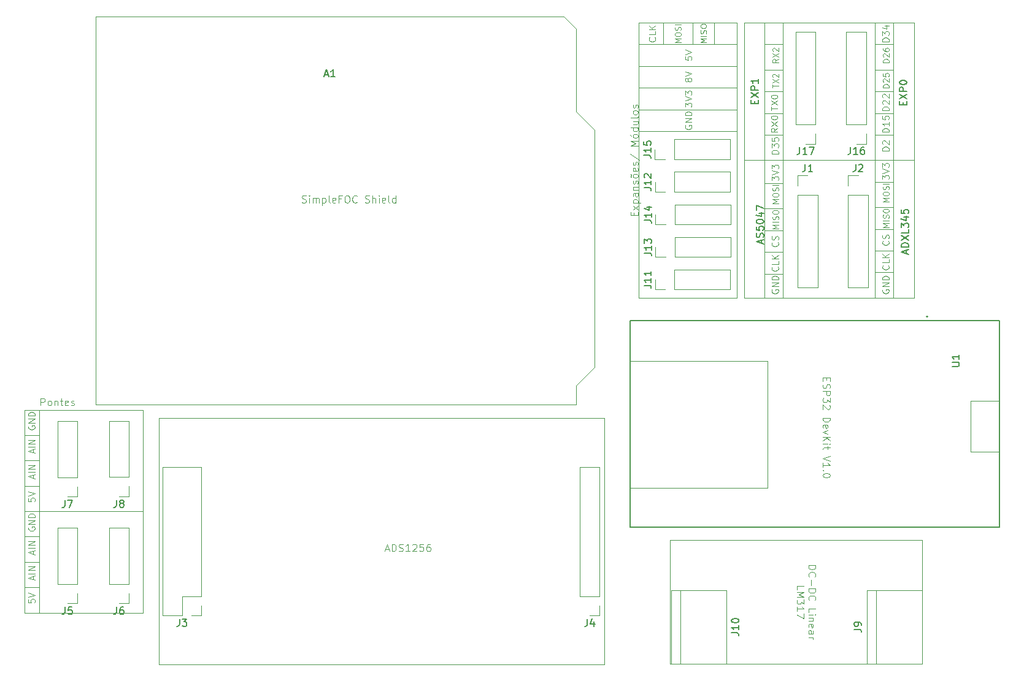
<source format=gbr>
%TF.GenerationSoftware,KiCad,Pcbnew,9.0.4*%
%TF.CreationDate,2025-10-04T22:47:02-03:00*%
%TF.ProjectId,mb,6d622e6b-6963-4616-945f-706362585858,rev?*%
%TF.SameCoordinates,Original*%
%TF.FileFunction,Legend,Top*%
%TF.FilePolarity,Positive*%
%FSLAX46Y46*%
G04 Gerber Fmt 4.6, Leading zero omitted, Abs format (unit mm)*
G04 Created by KiCad (PCBNEW 9.0.4) date 2025-10-04 22:47:02*
%MOMM*%
%LPD*%
G01*
G04 APERTURE LIST*
%ADD10C,0.100000*%
%ADD11C,0.150000*%
%ADD12C,0.120000*%
%ADD13C,0.127000*%
%ADD14C,0.200000*%
G04 APERTURE END LIST*
D10*
X112000000Y-110500000D02*
X126339999Y-110500000D01*
X126339999Y-124500000D01*
X112000000Y-124500000D01*
X112000000Y-110500000D01*
X128500000Y-111650000D02*
X190000000Y-111650000D01*
X190000000Y-145650000D01*
X128500000Y-145650000D01*
X128500000Y-111650000D01*
X110000000Y-117500000D02*
X112000000Y-117500000D01*
X194730000Y-72000000D02*
X208230000Y-72000000D01*
X214605000Y-57000000D02*
X227355000Y-57000000D01*
X227355000Y-76000000D01*
X214605000Y-76000000D01*
X214605000Y-57000000D01*
X212105000Y-57000000D02*
X214605000Y-57000000D01*
X214605000Y-95000000D01*
X212105000Y-95000000D01*
X212105000Y-57000000D01*
X110000000Y-114000000D02*
X112000000Y-114000000D01*
X205150000Y-60000000D02*
X205150000Y-57000000D01*
X226105000Y-76000000D02*
X229855000Y-76000000D01*
X110000000Y-128000000D02*
X112000000Y-128000000D01*
X112000000Y-124500000D02*
X126339999Y-124500000D01*
X126339999Y-138500000D01*
X112000000Y-138500000D01*
X112000000Y-124500000D01*
X227355000Y-69500000D02*
X229855000Y-69500000D01*
X212105000Y-60000000D02*
X214605000Y-60000000D01*
X240500000Y-109249000D02*
X244480000Y-109249000D01*
X244480000Y-116260000D01*
X240500000Y-116260000D01*
X240500000Y-109249000D01*
X214605000Y-76000000D02*
X227355000Y-76000000D01*
X227355000Y-95000000D01*
X214605000Y-95000000D01*
X214605000Y-76000000D01*
X194730000Y-63000000D02*
X208230000Y-63000000D01*
X227355000Y-85500000D02*
X229855000Y-85500000D01*
X110000000Y-121000000D02*
X112000000Y-121000000D01*
X202150000Y-60000000D02*
X202150000Y-57000000D01*
X110000000Y-124500000D02*
X112000000Y-124500000D01*
X112000000Y-138500000D01*
X110000000Y-138500000D01*
X110000000Y-124500000D01*
X198150000Y-60000000D02*
X198150000Y-57000000D01*
X227355000Y-91500000D02*
X229810000Y-91500000D01*
X212105000Y-69500000D02*
X214605000Y-69500000D01*
X194730000Y-57000000D02*
X208230000Y-57000000D01*
X208230000Y-95000000D01*
X194730000Y-95000000D01*
X194730000Y-57000000D01*
X194730000Y-66000000D02*
X208230000Y-66000000D01*
X212105000Y-88690000D02*
X214605000Y-88690000D01*
X212105000Y-63500000D02*
X214605000Y-63500000D01*
X193530000Y-103760000D02*
X212500000Y-103760000D01*
X212500000Y-121240000D01*
X193530000Y-121240000D01*
X193530000Y-103760000D01*
X212105000Y-66500000D02*
X214605000Y-66500000D01*
X209255000Y-57000000D02*
X212105000Y-57000000D01*
X212105000Y-95000000D01*
X209255000Y-95000000D01*
X209255000Y-57000000D01*
X227355000Y-60000000D02*
X229855000Y-60000000D01*
X212105000Y-91690000D02*
X214560000Y-91690000D01*
X229855000Y-76000000D02*
X232755000Y-76000000D01*
X227355000Y-66500000D02*
X229855000Y-66500000D01*
X194730000Y-60000000D02*
X208230000Y-60000000D01*
X227355000Y-63500000D02*
X229855000Y-63500000D01*
X227355000Y-57000000D02*
X229855000Y-57000000D01*
X229855000Y-95000000D01*
X227355000Y-95000000D01*
X227355000Y-57000000D01*
X110000000Y-135000000D02*
X112000000Y-135000000D01*
X214605000Y-76000000D02*
X212105000Y-76000000D01*
X227355000Y-82500000D02*
X229855000Y-82500000D01*
X227355000Y-88500000D02*
X229855000Y-88500000D01*
X110000000Y-110500000D02*
X112000000Y-110500000D01*
X112000000Y-124500000D01*
X110000000Y-124500000D01*
X110000000Y-110500000D01*
X212105000Y-85690000D02*
X214605000Y-85690000D01*
X227355000Y-79000000D02*
X229855000Y-79000000D01*
X229855000Y-57000000D02*
X232755000Y-57000000D01*
X232755000Y-95000000D01*
X229855000Y-95000000D01*
X229855000Y-57000000D01*
X227355000Y-72500000D02*
X229810000Y-72500000D01*
X212105000Y-72500000D02*
X214560000Y-72500000D01*
X212105000Y-79190000D02*
X214605000Y-79190000D01*
X212105000Y-76000000D02*
X209255000Y-76000000D01*
X212105000Y-82690000D02*
X214605000Y-82690000D01*
X110000000Y-131500000D02*
X112000000Y-131500000D01*
X194730000Y-69000000D02*
X208230000Y-69000000D01*
X199000000Y-128460000D02*
X233810000Y-128460000D01*
X233810000Y-145540000D01*
X199000000Y-145540000D01*
X199000000Y-128460000D01*
X214001895Y-85447142D02*
X213201895Y-85447142D01*
X213201895Y-85447142D02*
X213773323Y-85180476D01*
X213773323Y-85180476D02*
X213201895Y-84913809D01*
X213201895Y-84913809D02*
X214001895Y-84913809D01*
X214001895Y-84532856D02*
X213201895Y-84532856D01*
X213963800Y-84190000D02*
X214001895Y-84075714D01*
X214001895Y-84075714D02*
X214001895Y-83885238D01*
X214001895Y-83885238D02*
X213963800Y-83809047D01*
X213963800Y-83809047D02*
X213925704Y-83770952D01*
X213925704Y-83770952D02*
X213849514Y-83732857D01*
X213849514Y-83732857D02*
X213773323Y-83732857D01*
X213773323Y-83732857D02*
X213697133Y-83770952D01*
X213697133Y-83770952D02*
X213659038Y-83809047D01*
X213659038Y-83809047D02*
X213620942Y-83885238D01*
X213620942Y-83885238D02*
X213582847Y-84037619D01*
X213582847Y-84037619D02*
X213544752Y-84113809D01*
X213544752Y-84113809D02*
X213506657Y-84151904D01*
X213506657Y-84151904D02*
X213430466Y-84190000D01*
X213430466Y-84190000D02*
X213354276Y-84190000D01*
X213354276Y-84190000D02*
X213278085Y-84151904D01*
X213278085Y-84151904D02*
X213239990Y-84113809D01*
X213239990Y-84113809D02*
X213201895Y-84037619D01*
X213201895Y-84037619D02*
X213201895Y-83847142D01*
X213201895Y-83847142D02*
X213239990Y-83732857D01*
X213201895Y-83237618D02*
X213201895Y-83085237D01*
X213201895Y-83085237D02*
X213239990Y-83009047D01*
X213239990Y-83009047D02*
X213316180Y-82932856D01*
X213316180Y-82932856D02*
X213468561Y-82894761D01*
X213468561Y-82894761D02*
X213735228Y-82894761D01*
X213735228Y-82894761D02*
X213887609Y-82932856D01*
X213887609Y-82932856D02*
X213963800Y-83009047D01*
X213963800Y-83009047D02*
X214001895Y-83085237D01*
X214001895Y-83085237D02*
X214001895Y-83237618D01*
X214001895Y-83237618D02*
X213963800Y-83313809D01*
X213963800Y-83313809D02*
X213887609Y-83389999D01*
X213887609Y-83389999D02*
X213735228Y-83428095D01*
X213735228Y-83428095D02*
X213468561Y-83428095D01*
X213468561Y-83428095D02*
X213316180Y-83389999D01*
X213316180Y-83389999D02*
X213239990Y-83313809D01*
X213239990Y-83313809D02*
X213201895Y-83237618D01*
X110527514Y-126685713D02*
X110484657Y-126771428D01*
X110484657Y-126771428D02*
X110484657Y-126899999D01*
X110484657Y-126899999D02*
X110527514Y-127028570D01*
X110527514Y-127028570D02*
X110613228Y-127114285D01*
X110613228Y-127114285D02*
X110698942Y-127157142D01*
X110698942Y-127157142D02*
X110870371Y-127199999D01*
X110870371Y-127199999D02*
X110998942Y-127199999D01*
X110998942Y-127199999D02*
X111170371Y-127157142D01*
X111170371Y-127157142D02*
X111256085Y-127114285D01*
X111256085Y-127114285D02*
X111341800Y-127028570D01*
X111341800Y-127028570D02*
X111384657Y-126899999D01*
X111384657Y-126899999D02*
X111384657Y-126814285D01*
X111384657Y-126814285D02*
X111341800Y-126685713D01*
X111341800Y-126685713D02*
X111298942Y-126642856D01*
X111298942Y-126642856D02*
X110998942Y-126642856D01*
X110998942Y-126642856D02*
X110998942Y-126814285D01*
X111384657Y-126257142D02*
X110484657Y-126257142D01*
X110484657Y-126257142D02*
X111384657Y-125742856D01*
X111384657Y-125742856D02*
X110484657Y-125742856D01*
X111384657Y-125314285D02*
X110484657Y-125314285D01*
X110484657Y-125314285D02*
X110484657Y-125099999D01*
X110484657Y-125099999D02*
X110527514Y-124971428D01*
X110527514Y-124971428D02*
X110613228Y-124885713D01*
X110613228Y-124885713D02*
X110698942Y-124842856D01*
X110698942Y-124842856D02*
X110870371Y-124799999D01*
X110870371Y-124799999D02*
X110998942Y-124799999D01*
X110998942Y-124799999D02*
X111170371Y-124842856D01*
X111170371Y-124842856D02*
X111256085Y-124885713D01*
X111256085Y-124885713D02*
X111341800Y-124971428D01*
X111341800Y-124971428D02*
X111384657Y-125099999D01*
X111384657Y-125099999D02*
X111384657Y-125314285D01*
X204046895Y-59757142D02*
X203246895Y-59757142D01*
X203246895Y-59757142D02*
X203818323Y-59490476D01*
X203818323Y-59490476D02*
X203246895Y-59223809D01*
X203246895Y-59223809D02*
X204046895Y-59223809D01*
X204046895Y-58842856D02*
X203246895Y-58842856D01*
X204008800Y-58500000D02*
X204046895Y-58385714D01*
X204046895Y-58385714D02*
X204046895Y-58195238D01*
X204046895Y-58195238D02*
X204008800Y-58119047D01*
X204008800Y-58119047D02*
X203970704Y-58080952D01*
X203970704Y-58080952D02*
X203894514Y-58042857D01*
X203894514Y-58042857D02*
X203818323Y-58042857D01*
X203818323Y-58042857D02*
X203742133Y-58080952D01*
X203742133Y-58080952D02*
X203704038Y-58119047D01*
X203704038Y-58119047D02*
X203665942Y-58195238D01*
X203665942Y-58195238D02*
X203627847Y-58347619D01*
X203627847Y-58347619D02*
X203589752Y-58423809D01*
X203589752Y-58423809D02*
X203551657Y-58461904D01*
X203551657Y-58461904D02*
X203475466Y-58500000D01*
X203475466Y-58500000D02*
X203399276Y-58500000D01*
X203399276Y-58500000D02*
X203323085Y-58461904D01*
X203323085Y-58461904D02*
X203284990Y-58423809D01*
X203284990Y-58423809D02*
X203246895Y-58347619D01*
X203246895Y-58347619D02*
X203246895Y-58157142D01*
X203246895Y-58157142D02*
X203284990Y-58042857D01*
X203246895Y-57547618D02*
X203246895Y-57395237D01*
X203246895Y-57395237D02*
X203284990Y-57319047D01*
X203284990Y-57319047D02*
X203361180Y-57242856D01*
X203361180Y-57242856D02*
X203513561Y-57204761D01*
X203513561Y-57204761D02*
X203780228Y-57204761D01*
X203780228Y-57204761D02*
X203932609Y-57242856D01*
X203932609Y-57242856D02*
X204008800Y-57319047D01*
X204008800Y-57319047D02*
X204046895Y-57395237D01*
X204046895Y-57395237D02*
X204046895Y-57547618D01*
X204046895Y-57547618D02*
X204008800Y-57623809D01*
X204008800Y-57623809D02*
X203932609Y-57699999D01*
X203932609Y-57699999D02*
X203780228Y-57738095D01*
X203780228Y-57738095D02*
X203513561Y-57738095D01*
X203513561Y-57738095D02*
X203361180Y-57699999D01*
X203361180Y-57699999D02*
X203284990Y-57623809D01*
X203284990Y-57623809D02*
X203246895Y-57547618D01*
X229251895Y-62471428D02*
X228451895Y-62471428D01*
X228451895Y-62471428D02*
X228451895Y-62280952D01*
X228451895Y-62280952D02*
X228489990Y-62166666D01*
X228489990Y-62166666D02*
X228566180Y-62090476D01*
X228566180Y-62090476D02*
X228642371Y-62052381D01*
X228642371Y-62052381D02*
X228794752Y-62014285D01*
X228794752Y-62014285D02*
X228909038Y-62014285D01*
X228909038Y-62014285D02*
X229061419Y-62052381D01*
X229061419Y-62052381D02*
X229137609Y-62090476D01*
X229137609Y-62090476D02*
X229213800Y-62166666D01*
X229213800Y-62166666D02*
X229251895Y-62280952D01*
X229251895Y-62280952D02*
X229251895Y-62471428D01*
X228528085Y-61709524D02*
X228489990Y-61671428D01*
X228489990Y-61671428D02*
X228451895Y-61595238D01*
X228451895Y-61595238D02*
X228451895Y-61404762D01*
X228451895Y-61404762D02*
X228489990Y-61328571D01*
X228489990Y-61328571D02*
X228528085Y-61290476D01*
X228528085Y-61290476D02*
X228604276Y-61252381D01*
X228604276Y-61252381D02*
X228680466Y-61252381D01*
X228680466Y-61252381D02*
X228794752Y-61290476D01*
X228794752Y-61290476D02*
X229251895Y-61747619D01*
X229251895Y-61747619D02*
X229251895Y-61252381D01*
X228451895Y-60566666D02*
X228451895Y-60719047D01*
X228451895Y-60719047D02*
X228489990Y-60795238D01*
X228489990Y-60795238D02*
X228528085Y-60833333D01*
X228528085Y-60833333D02*
X228642371Y-60909523D01*
X228642371Y-60909523D02*
X228794752Y-60947619D01*
X228794752Y-60947619D02*
X229099514Y-60947619D01*
X229099514Y-60947619D02*
X229175704Y-60909523D01*
X229175704Y-60909523D02*
X229213800Y-60871428D01*
X229213800Y-60871428D02*
X229251895Y-60795238D01*
X229251895Y-60795238D02*
X229251895Y-60642857D01*
X229251895Y-60642857D02*
X229213800Y-60566666D01*
X229213800Y-60566666D02*
X229175704Y-60528571D01*
X229175704Y-60528571D02*
X229099514Y-60490476D01*
X229099514Y-60490476D02*
X228909038Y-60490476D01*
X228909038Y-60490476D02*
X228832847Y-60528571D01*
X228832847Y-60528571D02*
X228794752Y-60566666D01*
X228794752Y-60566666D02*
X228756657Y-60642857D01*
X228756657Y-60642857D02*
X228756657Y-60795238D01*
X228756657Y-60795238D02*
X228794752Y-60871428D01*
X228794752Y-60871428D02*
X228832847Y-60909523D01*
X228832847Y-60909523D02*
X228909038Y-60947619D01*
X218142524Y-131952381D02*
X219142524Y-131952381D01*
X219142524Y-131952381D02*
X219142524Y-132190476D01*
X219142524Y-132190476D02*
X219094905Y-132333333D01*
X219094905Y-132333333D02*
X218999667Y-132428571D01*
X218999667Y-132428571D02*
X218904429Y-132476190D01*
X218904429Y-132476190D02*
X218713953Y-132523809D01*
X218713953Y-132523809D02*
X218571096Y-132523809D01*
X218571096Y-132523809D02*
X218380620Y-132476190D01*
X218380620Y-132476190D02*
X218285382Y-132428571D01*
X218285382Y-132428571D02*
X218190144Y-132333333D01*
X218190144Y-132333333D02*
X218142524Y-132190476D01*
X218142524Y-132190476D02*
X218142524Y-131952381D01*
X218237763Y-133523809D02*
X218190144Y-133476190D01*
X218190144Y-133476190D02*
X218142524Y-133333333D01*
X218142524Y-133333333D02*
X218142524Y-133238095D01*
X218142524Y-133238095D02*
X218190144Y-133095238D01*
X218190144Y-133095238D02*
X218285382Y-133000000D01*
X218285382Y-133000000D02*
X218380620Y-132952381D01*
X218380620Y-132952381D02*
X218571096Y-132904762D01*
X218571096Y-132904762D02*
X218713953Y-132904762D01*
X218713953Y-132904762D02*
X218904429Y-132952381D01*
X218904429Y-132952381D02*
X218999667Y-133000000D01*
X218999667Y-133000000D02*
X219094905Y-133095238D01*
X219094905Y-133095238D02*
X219142524Y-133238095D01*
X219142524Y-133238095D02*
X219142524Y-133333333D01*
X219142524Y-133333333D02*
X219094905Y-133476190D01*
X219094905Y-133476190D02*
X219047286Y-133523809D01*
X218523477Y-133952381D02*
X218523477Y-134714286D01*
X218142524Y-135190476D02*
X219142524Y-135190476D01*
X219142524Y-135190476D02*
X219142524Y-135428571D01*
X219142524Y-135428571D02*
X219094905Y-135571428D01*
X219094905Y-135571428D02*
X218999667Y-135666666D01*
X218999667Y-135666666D02*
X218904429Y-135714285D01*
X218904429Y-135714285D02*
X218713953Y-135761904D01*
X218713953Y-135761904D02*
X218571096Y-135761904D01*
X218571096Y-135761904D02*
X218380620Y-135714285D01*
X218380620Y-135714285D02*
X218285382Y-135666666D01*
X218285382Y-135666666D02*
X218190144Y-135571428D01*
X218190144Y-135571428D02*
X218142524Y-135428571D01*
X218142524Y-135428571D02*
X218142524Y-135190476D01*
X218237763Y-136761904D02*
X218190144Y-136714285D01*
X218190144Y-136714285D02*
X218142524Y-136571428D01*
X218142524Y-136571428D02*
X218142524Y-136476190D01*
X218142524Y-136476190D02*
X218190144Y-136333333D01*
X218190144Y-136333333D02*
X218285382Y-136238095D01*
X218285382Y-136238095D02*
X218380620Y-136190476D01*
X218380620Y-136190476D02*
X218571096Y-136142857D01*
X218571096Y-136142857D02*
X218713953Y-136142857D01*
X218713953Y-136142857D02*
X218904429Y-136190476D01*
X218904429Y-136190476D02*
X218999667Y-136238095D01*
X218999667Y-136238095D02*
X219094905Y-136333333D01*
X219094905Y-136333333D02*
X219142524Y-136476190D01*
X219142524Y-136476190D02*
X219142524Y-136571428D01*
X219142524Y-136571428D02*
X219094905Y-136714285D01*
X219094905Y-136714285D02*
X219047286Y-136761904D01*
X218142524Y-138428571D02*
X218142524Y-137952381D01*
X218142524Y-137952381D02*
X219142524Y-137952381D01*
X218142524Y-138761905D02*
X218809191Y-138761905D01*
X219142524Y-138761905D02*
X219094905Y-138714286D01*
X219094905Y-138714286D02*
X219047286Y-138761905D01*
X219047286Y-138761905D02*
X219094905Y-138809524D01*
X219094905Y-138809524D02*
X219142524Y-138761905D01*
X219142524Y-138761905D02*
X219047286Y-138761905D01*
X218809191Y-139238095D02*
X218142524Y-139238095D01*
X218713953Y-139238095D02*
X218761572Y-139285714D01*
X218761572Y-139285714D02*
X218809191Y-139380952D01*
X218809191Y-139380952D02*
X218809191Y-139523809D01*
X218809191Y-139523809D02*
X218761572Y-139619047D01*
X218761572Y-139619047D02*
X218666334Y-139666666D01*
X218666334Y-139666666D02*
X218142524Y-139666666D01*
X218190144Y-140523809D02*
X218142524Y-140428571D01*
X218142524Y-140428571D02*
X218142524Y-140238095D01*
X218142524Y-140238095D02*
X218190144Y-140142857D01*
X218190144Y-140142857D02*
X218285382Y-140095238D01*
X218285382Y-140095238D02*
X218666334Y-140095238D01*
X218666334Y-140095238D02*
X218761572Y-140142857D01*
X218761572Y-140142857D02*
X218809191Y-140238095D01*
X218809191Y-140238095D02*
X218809191Y-140428571D01*
X218809191Y-140428571D02*
X218761572Y-140523809D01*
X218761572Y-140523809D02*
X218666334Y-140571428D01*
X218666334Y-140571428D02*
X218571096Y-140571428D01*
X218571096Y-140571428D02*
X218475858Y-140095238D01*
X218142524Y-141428571D02*
X218666334Y-141428571D01*
X218666334Y-141428571D02*
X218761572Y-141380952D01*
X218761572Y-141380952D02*
X218809191Y-141285714D01*
X218809191Y-141285714D02*
X218809191Y-141095238D01*
X218809191Y-141095238D02*
X218761572Y-141000000D01*
X218190144Y-141428571D02*
X218142524Y-141333333D01*
X218142524Y-141333333D02*
X218142524Y-141095238D01*
X218142524Y-141095238D02*
X218190144Y-141000000D01*
X218190144Y-141000000D02*
X218285382Y-140952381D01*
X218285382Y-140952381D02*
X218380620Y-140952381D01*
X218380620Y-140952381D02*
X218475858Y-141000000D01*
X218475858Y-141000000D02*
X218523477Y-141095238D01*
X218523477Y-141095238D02*
X218523477Y-141333333D01*
X218523477Y-141333333D02*
X218571096Y-141428571D01*
X218142524Y-141904762D02*
X218809191Y-141904762D01*
X218618715Y-141904762D02*
X218713953Y-141952381D01*
X218713953Y-141952381D02*
X218761572Y-142000000D01*
X218761572Y-142000000D02*
X218809191Y-142095238D01*
X218809191Y-142095238D02*
X218809191Y-142190476D01*
X216532580Y-135309523D02*
X216532580Y-134833333D01*
X216532580Y-134833333D02*
X217532580Y-134833333D01*
X216532580Y-135642857D02*
X217532580Y-135642857D01*
X217532580Y-135642857D02*
X216818295Y-135976190D01*
X216818295Y-135976190D02*
X217532580Y-136309523D01*
X217532580Y-136309523D02*
X216532580Y-136309523D01*
X217532580Y-136690476D02*
X217532580Y-137309523D01*
X217532580Y-137309523D02*
X217151628Y-136976190D01*
X217151628Y-136976190D02*
X217151628Y-137119047D01*
X217151628Y-137119047D02*
X217104009Y-137214285D01*
X217104009Y-137214285D02*
X217056390Y-137261904D01*
X217056390Y-137261904D02*
X216961152Y-137309523D01*
X216961152Y-137309523D02*
X216723057Y-137309523D01*
X216723057Y-137309523D02*
X216627819Y-137261904D01*
X216627819Y-137261904D02*
X216580200Y-137214285D01*
X216580200Y-137214285D02*
X216532580Y-137119047D01*
X216532580Y-137119047D02*
X216532580Y-136833333D01*
X216532580Y-136833333D02*
X216580200Y-136738095D01*
X216580200Y-136738095D02*
X216627819Y-136690476D01*
X216532580Y-138261904D02*
X216532580Y-137690476D01*
X216532580Y-137976190D02*
X217532580Y-137976190D01*
X217532580Y-137976190D02*
X217389723Y-137880952D01*
X217389723Y-137880952D02*
X217294485Y-137785714D01*
X217294485Y-137785714D02*
X217246866Y-137690476D01*
X217532580Y-138595238D02*
X217532580Y-139261904D01*
X217532580Y-139261904D02*
X216532580Y-138833333D01*
X229251895Y-81757142D02*
X228451895Y-81757142D01*
X228451895Y-81757142D02*
X229023323Y-81490476D01*
X229023323Y-81490476D02*
X228451895Y-81223809D01*
X228451895Y-81223809D02*
X229251895Y-81223809D01*
X228451895Y-80690475D02*
X228451895Y-80538094D01*
X228451895Y-80538094D02*
X228489990Y-80461904D01*
X228489990Y-80461904D02*
X228566180Y-80385713D01*
X228566180Y-80385713D02*
X228718561Y-80347618D01*
X228718561Y-80347618D02*
X228985228Y-80347618D01*
X228985228Y-80347618D02*
X229137609Y-80385713D01*
X229137609Y-80385713D02*
X229213800Y-80461904D01*
X229213800Y-80461904D02*
X229251895Y-80538094D01*
X229251895Y-80538094D02*
X229251895Y-80690475D01*
X229251895Y-80690475D02*
X229213800Y-80766666D01*
X229213800Y-80766666D02*
X229137609Y-80842856D01*
X229137609Y-80842856D02*
X228985228Y-80880952D01*
X228985228Y-80880952D02*
X228718561Y-80880952D01*
X228718561Y-80880952D02*
X228566180Y-80842856D01*
X228566180Y-80842856D02*
X228489990Y-80766666D01*
X228489990Y-80766666D02*
X228451895Y-80690475D01*
X229213800Y-80042857D02*
X229251895Y-79928571D01*
X229251895Y-79928571D02*
X229251895Y-79738095D01*
X229251895Y-79738095D02*
X229213800Y-79661904D01*
X229213800Y-79661904D02*
X229175704Y-79623809D01*
X229175704Y-79623809D02*
X229099514Y-79585714D01*
X229099514Y-79585714D02*
X229023323Y-79585714D01*
X229023323Y-79585714D02*
X228947133Y-79623809D01*
X228947133Y-79623809D02*
X228909038Y-79661904D01*
X228909038Y-79661904D02*
X228870942Y-79738095D01*
X228870942Y-79738095D02*
X228832847Y-79890476D01*
X228832847Y-79890476D02*
X228794752Y-79966666D01*
X228794752Y-79966666D02*
X228756657Y-80004761D01*
X228756657Y-80004761D02*
X228680466Y-80042857D01*
X228680466Y-80042857D02*
X228604276Y-80042857D01*
X228604276Y-80042857D02*
X228528085Y-80004761D01*
X228528085Y-80004761D02*
X228489990Y-79966666D01*
X228489990Y-79966666D02*
X228451895Y-79890476D01*
X228451895Y-79890476D02*
X228451895Y-79699999D01*
X228451895Y-79699999D02*
X228489990Y-79585714D01*
X229251895Y-79242856D02*
X228451895Y-79242856D01*
X229239657Y-72092857D02*
X228339657Y-72092857D01*
X228339657Y-72092857D02*
X228339657Y-71878571D01*
X228339657Y-71878571D02*
X228382514Y-71750000D01*
X228382514Y-71750000D02*
X228468228Y-71664285D01*
X228468228Y-71664285D02*
X228553942Y-71621428D01*
X228553942Y-71621428D02*
X228725371Y-71578571D01*
X228725371Y-71578571D02*
X228853942Y-71578571D01*
X228853942Y-71578571D02*
X229025371Y-71621428D01*
X229025371Y-71621428D02*
X229111085Y-71664285D01*
X229111085Y-71664285D02*
X229196800Y-71750000D01*
X229196800Y-71750000D02*
X229239657Y-71878571D01*
X229239657Y-71878571D02*
X229239657Y-72092857D01*
X229239657Y-70721428D02*
X229239657Y-71235714D01*
X229239657Y-70978571D02*
X228339657Y-70978571D01*
X228339657Y-70978571D02*
X228468228Y-71064285D01*
X228468228Y-71064285D02*
X228553942Y-71150000D01*
X228553942Y-71150000D02*
X228596800Y-71235714D01*
X228339657Y-69907142D02*
X228339657Y-70335714D01*
X228339657Y-70335714D02*
X228768228Y-70378571D01*
X228768228Y-70378571D02*
X228725371Y-70335714D01*
X228725371Y-70335714D02*
X228682514Y-70250000D01*
X228682514Y-70250000D02*
X228682514Y-70035714D01*
X228682514Y-70035714D02*
X228725371Y-69950000D01*
X228725371Y-69950000D02*
X228768228Y-69907142D01*
X228768228Y-69907142D02*
X228853942Y-69864285D01*
X228853942Y-69864285D02*
X229068228Y-69864285D01*
X229068228Y-69864285D02*
X229153942Y-69907142D01*
X229153942Y-69907142D02*
X229196800Y-69950000D01*
X229196800Y-69950000D02*
X229239657Y-70035714D01*
X229239657Y-70035714D02*
X229239657Y-70250000D01*
X229239657Y-70250000D02*
X229196800Y-70335714D01*
X229196800Y-70335714D02*
X229153942Y-70378571D01*
X229251895Y-85257142D02*
X228451895Y-85257142D01*
X228451895Y-85257142D02*
X229023323Y-84990476D01*
X229023323Y-84990476D02*
X228451895Y-84723809D01*
X228451895Y-84723809D02*
X229251895Y-84723809D01*
X229251895Y-84342856D02*
X228451895Y-84342856D01*
X229213800Y-84000000D02*
X229251895Y-83885714D01*
X229251895Y-83885714D02*
X229251895Y-83695238D01*
X229251895Y-83695238D02*
X229213800Y-83619047D01*
X229213800Y-83619047D02*
X229175704Y-83580952D01*
X229175704Y-83580952D02*
X229099514Y-83542857D01*
X229099514Y-83542857D02*
X229023323Y-83542857D01*
X229023323Y-83542857D02*
X228947133Y-83580952D01*
X228947133Y-83580952D02*
X228909038Y-83619047D01*
X228909038Y-83619047D02*
X228870942Y-83695238D01*
X228870942Y-83695238D02*
X228832847Y-83847619D01*
X228832847Y-83847619D02*
X228794752Y-83923809D01*
X228794752Y-83923809D02*
X228756657Y-83961904D01*
X228756657Y-83961904D02*
X228680466Y-84000000D01*
X228680466Y-84000000D02*
X228604276Y-84000000D01*
X228604276Y-84000000D02*
X228528085Y-83961904D01*
X228528085Y-83961904D02*
X228489990Y-83923809D01*
X228489990Y-83923809D02*
X228451895Y-83847619D01*
X228451895Y-83847619D02*
X228451895Y-83657142D01*
X228451895Y-83657142D02*
X228489990Y-83542857D01*
X228451895Y-83047618D02*
X228451895Y-82895237D01*
X228451895Y-82895237D02*
X228489990Y-82819047D01*
X228489990Y-82819047D02*
X228566180Y-82742856D01*
X228566180Y-82742856D02*
X228718561Y-82704761D01*
X228718561Y-82704761D02*
X228985228Y-82704761D01*
X228985228Y-82704761D02*
X229137609Y-82742856D01*
X229137609Y-82742856D02*
X229213800Y-82819047D01*
X229213800Y-82819047D02*
X229251895Y-82895237D01*
X229251895Y-82895237D02*
X229251895Y-83047618D01*
X229251895Y-83047618D02*
X229213800Y-83123809D01*
X229213800Y-83123809D02*
X229137609Y-83199999D01*
X229137609Y-83199999D02*
X228985228Y-83238095D01*
X228985228Y-83238095D02*
X228718561Y-83238095D01*
X228718561Y-83238095D02*
X228566180Y-83199999D01*
X228566180Y-83199999D02*
X228489990Y-83123809D01*
X228489990Y-83123809D02*
X228451895Y-83047618D01*
X200546895Y-59757142D02*
X199746895Y-59757142D01*
X199746895Y-59757142D02*
X200318323Y-59490476D01*
X200318323Y-59490476D02*
X199746895Y-59223809D01*
X199746895Y-59223809D02*
X200546895Y-59223809D01*
X199746895Y-58690475D02*
X199746895Y-58538094D01*
X199746895Y-58538094D02*
X199784990Y-58461904D01*
X199784990Y-58461904D02*
X199861180Y-58385713D01*
X199861180Y-58385713D02*
X200013561Y-58347618D01*
X200013561Y-58347618D02*
X200280228Y-58347618D01*
X200280228Y-58347618D02*
X200432609Y-58385713D01*
X200432609Y-58385713D02*
X200508800Y-58461904D01*
X200508800Y-58461904D02*
X200546895Y-58538094D01*
X200546895Y-58538094D02*
X200546895Y-58690475D01*
X200546895Y-58690475D02*
X200508800Y-58766666D01*
X200508800Y-58766666D02*
X200432609Y-58842856D01*
X200432609Y-58842856D02*
X200280228Y-58880952D01*
X200280228Y-58880952D02*
X200013561Y-58880952D01*
X200013561Y-58880952D02*
X199861180Y-58842856D01*
X199861180Y-58842856D02*
X199784990Y-58766666D01*
X199784990Y-58766666D02*
X199746895Y-58690475D01*
X200508800Y-58042857D02*
X200546895Y-57928571D01*
X200546895Y-57928571D02*
X200546895Y-57738095D01*
X200546895Y-57738095D02*
X200508800Y-57661904D01*
X200508800Y-57661904D02*
X200470704Y-57623809D01*
X200470704Y-57623809D02*
X200394514Y-57585714D01*
X200394514Y-57585714D02*
X200318323Y-57585714D01*
X200318323Y-57585714D02*
X200242133Y-57623809D01*
X200242133Y-57623809D02*
X200204038Y-57661904D01*
X200204038Y-57661904D02*
X200165942Y-57738095D01*
X200165942Y-57738095D02*
X200127847Y-57890476D01*
X200127847Y-57890476D02*
X200089752Y-57966666D01*
X200089752Y-57966666D02*
X200051657Y-58004761D01*
X200051657Y-58004761D02*
X199975466Y-58042857D01*
X199975466Y-58042857D02*
X199899276Y-58042857D01*
X199899276Y-58042857D02*
X199823085Y-58004761D01*
X199823085Y-58004761D02*
X199784990Y-57966666D01*
X199784990Y-57966666D02*
X199746895Y-57890476D01*
X199746895Y-57890476D02*
X199746895Y-57699999D01*
X199746895Y-57699999D02*
X199784990Y-57585714D01*
X200546895Y-57242856D02*
X199746895Y-57242856D01*
X110527514Y-112685713D02*
X110484657Y-112771428D01*
X110484657Y-112771428D02*
X110484657Y-112899999D01*
X110484657Y-112899999D02*
X110527514Y-113028570D01*
X110527514Y-113028570D02*
X110613228Y-113114285D01*
X110613228Y-113114285D02*
X110698942Y-113157142D01*
X110698942Y-113157142D02*
X110870371Y-113199999D01*
X110870371Y-113199999D02*
X110998942Y-113199999D01*
X110998942Y-113199999D02*
X111170371Y-113157142D01*
X111170371Y-113157142D02*
X111256085Y-113114285D01*
X111256085Y-113114285D02*
X111341800Y-113028570D01*
X111341800Y-113028570D02*
X111384657Y-112899999D01*
X111384657Y-112899999D02*
X111384657Y-112814285D01*
X111384657Y-112814285D02*
X111341800Y-112685713D01*
X111341800Y-112685713D02*
X111298942Y-112642856D01*
X111298942Y-112642856D02*
X110998942Y-112642856D01*
X110998942Y-112642856D02*
X110998942Y-112814285D01*
X111384657Y-112257142D02*
X110484657Y-112257142D01*
X110484657Y-112257142D02*
X111384657Y-111742856D01*
X111384657Y-111742856D02*
X110484657Y-111742856D01*
X111384657Y-111314285D02*
X110484657Y-111314285D01*
X110484657Y-111314285D02*
X110484657Y-111099999D01*
X110484657Y-111099999D02*
X110527514Y-110971428D01*
X110527514Y-110971428D02*
X110613228Y-110885713D01*
X110613228Y-110885713D02*
X110698942Y-110842856D01*
X110698942Y-110842856D02*
X110870371Y-110799999D01*
X110870371Y-110799999D02*
X110998942Y-110799999D01*
X110998942Y-110799999D02*
X111170371Y-110842856D01*
X111170371Y-110842856D02*
X111256085Y-110885713D01*
X111256085Y-110885713D02*
X111341800Y-110971428D01*
X111341800Y-110971428D02*
X111384657Y-111099999D01*
X111384657Y-111099999D02*
X111384657Y-111314285D01*
X229251895Y-65971428D02*
X228451895Y-65971428D01*
X228451895Y-65971428D02*
X228451895Y-65780952D01*
X228451895Y-65780952D02*
X228489990Y-65666666D01*
X228489990Y-65666666D02*
X228566180Y-65590476D01*
X228566180Y-65590476D02*
X228642371Y-65552381D01*
X228642371Y-65552381D02*
X228794752Y-65514285D01*
X228794752Y-65514285D02*
X228909038Y-65514285D01*
X228909038Y-65514285D02*
X229061419Y-65552381D01*
X229061419Y-65552381D02*
X229137609Y-65590476D01*
X229137609Y-65590476D02*
X229213800Y-65666666D01*
X229213800Y-65666666D02*
X229251895Y-65780952D01*
X229251895Y-65780952D02*
X229251895Y-65971428D01*
X228528085Y-65209524D02*
X228489990Y-65171428D01*
X228489990Y-65171428D02*
X228451895Y-65095238D01*
X228451895Y-65095238D02*
X228451895Y-64904762D01*
X228451895Y-64904762D02*
X228489990Y-64828571D01*
X228489990Y-64828571D02*
X228528085Y-64790476D01*
X228528085Y-64790476D02*
X228604276Y-64752381D01*
X228604276Y-64752381D02*
X228680466Y-64752381D01*
X228680466Y-64752381D02*
X228794752Y-64790476D01*
X228794752Y-64790476D02*
X229251895Y-65247619D01*
X229251895Y-65247619D02*
X229251895Y-64752381D01*
X228451895Y-64028571D02*
X228451895Y-64409523D01*
X228451895Y-64409523D02*
X228832847Y-64447619D01*
X228832847Y-64447619D02*
X228794752Y-64409523D01*
X228794752Y-64409523D02*
X228756657Y-64333333D01*
X228756657Y-64333333D02*
X228756657Y-64142857D01*
X228756657Y-64142857D02*
X228794752Y-64066666D01*
X228794752Y-64066666D02*
X228832847Y-64028571D01*
X228832847Y-64028571D02*
X228909038Y-63990476D01*
X228909038Y-63990476D02*
X229099514Y-63990476D01*
X229099514Y-63990476D02*
X229175704Y-64028571D01*
X229175704Y-64028571D02*
X229213800Y-64066666D01*
X229213800Y-64066666D02*
X229251895Y-64142857D01*
X229251895Y-64142857D02*
X229251895Y-64333333D01*
X229251895Y-64333333D02*
X229213800Y-64409523D01*
X229213800Y-64409523D02*
X229175704Y-64447619D01*
X111127514Y-119899999D02*
X111127514Y-119471428D01*
X111384657Y-119985713D02*
X110484657Y-119685713D01*
X110484657Y-119685713D02*
X111384657Y-119385713D01*
X111384657Y-119085713D02*
X110484657Y-119085713D01*
X111384657Y-118657142D02*
X110484657Y-118657142D01*
X110484657Y-118657142D02*
X111384657Y-118142856D01*
X111384657Y-118142856D02*
X110484657Y-118142856D01*
X110484657Y-122671428D02*
X110484657Y-123100000D01*
X110484657Y-123100000D02*
X110913228Y-123142857D01*
X110913228Y-123142857D02*
X110870371Y-123100000D01*
X110870371Y-123100000D02*
X110827514Y-123014286D01*
X110827514Y-123014286D02*
X110827514Y-122800000D01*
X110827514Y-122800000D02*
X110870371Y-122714286D01*
X110870371Y-122714286D02*
X110913228Y-122671428D01*
X110913228Y-122671428D02*
X110998942Y-122628571D01*
X110998942Y-122628571D02*
X111213228Y-122628571D01*
X111213228Y-122628571D02*
X111298942Y-122671428D01*
X111298942Y-122671428D02*
X111341800Y-122714286D01*
X111341800Y-122714286D02*
X111384657Y-122800000D01*
X111384657Y-122800000D02*
X111384657Y-123014286D01*
X111384657Y-123014286D02*
X111341800Y-123100000D01*
X111341800Y-123100000D02*
X111298942Y-123142857D01*
X110484657Y-122371428D02*
X111384657Y-122071428D01*
X111384657Y-122071428D02*
X110484657Y-121771428D01*
X229239657Y-59592857D02*
X228339657Y-59592857D01*
X228339657Y-59592857D02*
X228339657Y-59378571D01*
X228339657Y-59378571D02*
X228382514Y-59250000D01*
X228382514Y-59250000D02*
X228468228Y-59164285D01*
X228468228Y-59164285D02*
X228553942Y-59121428D01*
X228553942Y-59121428D02*
X228725371Y-59078571D01*
X228725371Y-59078571D02*
X228853942Y-59078571D01*
X228853942Y-59078571D02*
X229025371Y-59121428D01*
X229025371Y-59121428D02*
X229111085Y-59164285D01*
X229111085Y-59164285D02*
X229196800Y-59250000D01*
X229196800Y-59250000D02*
X229239657Y-59378571D01*
X229239657Y-59378571D02*
X229239657Y-59592857D01*
X228339657Y-58778571D02*
X228339657Y-58221428D01*
X228339657Y-58221428D02*
X228682514Y-58521428D01*
X228682514Y-58521428D02*
X228682514Y-58392857D01*
X228682514Y-58392857D02*
X228725371Y-58307143D01*
X228725371Y-58307143D02*
X228768228Y-58264285D01*
X228768228Y-58264285D02*
X228853942Y-58221428D01*
X228853942Y-58221428D02*
X229068228Y-58221428D01*
X229068228Y-58221428D02*
X229153942Y-58264285D01*
X229153942Y-58264285D02*
X229196800Y-58307143D01*
X229196800Y-58307143D02*
X229239657Y-58392857D01*
X229239657Y-58392857D02*
X229239657Y-58650000D01*
X229239657Y-58650000D02*
X229196800Y-58735714D01*
X229196800Y-58735714D02*
X229153942Y-58778571D01*
X228639657Y-57450000D02*
X229239657Y-57450000D01*
X228296800Y-57664285D02*
X228939657Y-57878571D01*
X228939657Y-57878571D02*
X228939657Y-57321428D01*
X228339657Y-78614285D02*
X228339657Y-78057142D01*
X228339657Y-78057142D02*
X228682514Y-78357142D01*
X228682514Y-78357142D02*
X228682514Y-78228571D01*
X228682514Y-78228571D02*
X228725371Y-78142857D01*
X228725371Y-78142857D02*
X228768228Y-78099999D01*
X228768228Y-78099999D02*
X228853942Y-78057142D01*
X228853942Y-78057142D02*
X229068228Y-78057142D01*
X229068228Y-78057142D02*
X229153942Y-78099999D01*
X229153942Y-78099999D02*
X229196800Y-78142857D01*
X229196800Y-78142857D02*
X229239657Y-78228571D01*
X229239657Y-78228571D02*
X229239657Y-78485714D01*
X229239657Y-78485714D02*
X229196800Y-78571428D01*
X229196800Y-78571428D02*
X229153942Y-78614285D01*
X228339657Y-77799999D02*
X229239657Y-77499999D01*
X229239657Y-77499999D02*
X228339657Y-77199999D01*
X228339657Y-76985713D02*
X228339657Y-76428570D01*
X228339657Y-76428570D02*
X228682514Y-76728570D01*
X228682514Y-76728570D02*
X228682514Y-76599999D01*
X228682514Y-76599999D02*
X228725371Y-76514285D01*
X228725371Y-76514285D02*
X228768228Y-76471427D01*
X228768228Y-76471427D02*
X228853942Y-76428570D01*
X228853942Y-76428570D02*
X229068228Y-76428570D01*
X229068228Y-76428570D02*
X229153942Y-76471427D01*
X229153942Y-76471427D02*
X229196800Y-76514285D01*
X229196800Y-76514285D02*
X229239657Y-76599999D01*
X229239657Y-76599999D02*
X229239657Y-76857142D01*
X229239657Y-76857142D02*
X229196800Y-76942856D01*
X229196800Y-76942856D02*
X229153942Y-76985713D01*
X214001895Y-81947142D02*
X213201895Y-81947142D01*
X213201895Y-81947142D02*
X213773323Y-81680476D01*
X213773323Y-81680476D02*
X213201895Y-81413809D01*
X213201895Y-81413809D02*
X214001895Y-81413809D01*
X213201895Y-80880475D02*
X213201895Y-80728094D01*
X213201895Y-80728094D02*
X213239990Y-80651904D01*
X213239990Y-80651904D02*
X213316180Y-80575713D01*
X213316180Y-80575713D02*
X213468561Y-80537618D01*
X213468561Y-80537618D02*
X213735228Y-80537618D01*
X213735228Y-80537618D02*
X213887609Y-80575713D01*
X213887609Y-80575713D02*
X213963800Y-80651904D01*
X213963800Y-80651904D02*
X214001895Y-80728094D01*
X214001895Y-80728094D02*
X214001895Y-80880475D01*
X214001895Y-80880475D02*
X213963800Y-80956666D01*
X213963800Y-80956666D02*
X213887609Y-81032856D01*
X213887609Y-81032856D02*
X213735228Y-81070952D01*
X213735228Y-81070952D02*
X213468561Y-81070952D01*
X213468561Y-81070952D02*
X213316180Y-81032856D01*
X213316180Y-81032856D02*
X213239990Y-80956666D01*
X213239990Y-80956666D02*
X213201895Y-80880475D01*
X213963800Y-80232857D02*
X214001895Y-80118571D01*
X214001895Y-80118571D02*
X214001895Y-79928095D01*
X214001895Y-79928095D02*
X213963800Y-79851904D01*
X213963800Y-79851904D02*
X213925704Y-79813809D01*
X213925704Y-79813809D02*
X213849514Y-79775714D01*
X213849514Y-79775714D02*
X213773323Y-79775714D01*
X213773323Y-79775714D02*
X213697133Y-79813809D01*
X213697133Y-79813809D02*
X213659038Y-79851904D01*
X213659038Y-79851904D02*
X213620942Y-79928095D01*
X213620942Y-79928095D02*
X213582847Y-80080476D01*
X213582847Y-80080476D02*
X213544752Y-80156666D01*
X213544752Y-80156666D02*
X213506657Y-80194761D01*
X213506657Y-80194761D02*
X213430466Y-80232857D01*
X213430466Y-80232857D02*
X213354276Y-80232857D01*
X213354276Y-80232857D02*
X213278085Y-80194761D01*
X213278085Y-80194761D02*
X213239990Y-80156666D01*
X213239990Y-80156666D02*
X213201895Y-80080476D01*
X213201895Y-80080476D02*
X213201895Y-79889999D01*
X213201895Y-79889999D02*
X213239990Y-79775714D01*
X214001895Y-79432856D02*
X213201895Y-79432856D01*
X229153942Y-90535713D02*
X229196800Y-90578570D01*
X229196800Y-90578570D02*
X229239657Y-90707142D01*
X229239657Y-90707142D02*
X229239657Y-90792856D01*
X229239657Y-90792856D02*
X229196800Y-90921427D01*
X229196800Y-90921427D02*
X229111085Y-91007142D01*
X229111085Y-91007142D02*
X229025371Y-91049999D01*
X229025371Y-91049999D02*
X228853942Y-91092856D01*
X228853942Y-91092856D02*
X228725371Y-91092856D01*
X228725371Y-91092856D02*
X228553942Y-91049999D01*
X228553942Y-91049999D02*
X228468228Y-91007142D01*
X228468228Y-91007142D02*
X228382514Y-90921427D01*
X228382514Y-90921427D02*
X228339657Y-90792856D01*
X228339657Y-90792856D02*
X228339657Y-90707142D01*
X228339657Y-90707142D02*
X228382514Y-90578570D01*
X228382514Y-90578570D02*
X228425371Y-90535713D01*
X229239657Y-89721427D02*
X229239657Y-90149999D01*
X229239657Y-90149999D02*
X228339657Y-90149999D01*
X229239657Y-89421428D02*
X228339657Y-89421428D01*
X229239657Y-88907142D02*
X228725371Y-89292856D01*
X228339657Y-88907142D02*
X228853942Y-89421428D01*
X148256265Y-81824800D02*
X148399122Y-81872419D01*
X148399122Y-81872419D02*
X148637217Y-81872419D01*
X148637217Y-81872419D02*
X148732455Y-81824800D01*
X148732455Y-81824800D02*
X148780074Y-81777180D01*
X148780074Y-81777180D02*
X148827693Y-81681942D01*
X148827693Y-81681942D02*
X148827693Y-81586704D01*
X148827693Y-81586704D02*
X148780074Y-81491466D01*
X148780074Y-81491466D02*
X148732455Y-81443847D01*
X148732455Y-81443847D02*
X148637217Y-81396228D01*
X148637217Y-81396228D02*
X148446741Y-81348609D01*
X148446741Y-81348609D02*
X148351503Y-81300990D01*
X148351503Y-81300990D02*
X148303884Y-81253371D01*
X148303884Y-81253371D02*
X148256265Y-81158133D01*
X148256265Y-81158133D02*
X148256265Y-81062895D01*
X148256265Y-81062895D02*
X148303884Y-80967657D01*
X148303884Y-80967657D02*
X148351503Y-80920038D01*
X148351503Y-80920038D02*
X148446741Y-80872419D01*
X148446741Y-80872419D02*
X148684836Y-80872419D01*
X148684836Y-80872419D02*
X148827693Y-80920038D01*
X149256265Y-81872419D02*
X149256265Y-81205752D01*
X149256265Y-80872419D02*
X149208646Y-80920038D01*
X149208646Y-80920038D02*
X149256265Y-80967657D01*
X149256265Y-80967657D02*
X149303884Y-80920038D01*
X149303884Y-80920038D02*
X149256265Y-80872419D01*
X149256265Y-80872419D02*
X149256265Y-80967657D01*
X149732455Y-81872419D02*
X149732455Y-81205752D01*
X149732455Y-81300990D02*
X149780074Y-81253371D01*
X149780074Y-81253371D02*
X149875312Y-81205752D01*
X149875312Y-81205752D02*
X150018169Y-81205752D01*
X150018169Y-81205752D02*
X150113407Y-81253371D01*
X150113407Y-81253371D02*
X150161026Y-81348609D01*
X150161026Y-81348609D02*
X150161026Y-81872419D01*
X150161026Y-81348609D02*
X150208645Y-81253371D01*
X150208645Y-81253371D02*
X150303883Y-81205752D01*
X150303883Y-81205752D02*
X150446740Y-81205752D01*
X150446740Y-81205752D02*
X150541979Y-81253371D01*
X150541979Y-81253371D02*
X150589598Y-81348609D01*
X150589598Y-81348609D02*
X150589598Y-81872419D01*
X151065788Y-81205752D02*
X151065788Y-82205752D01*
X151065788Y-81253371D02*
X151161026Y-81205752D01*
X151161026Y-81205752D02*
X151351502Y-81205752D01*
X151351502Y-81205752D02*
X151446740Y-81253371D01*
X151446740Y-81253371D02*
X151494359Y-81300990D01*
X151494359Y-81300990D02*
X151541978Y-81396228D01*
X151541978Y-81396228D02*
X151541978Y-81681942D01*
X151541978Y-81681942D02*
X151494359Y-81777180D01*
X151494359Y-81777180D02*
X151446740Y-81824800D01*
X151446740Y-81824800D02*
X151351502Y-81872419D01*
X151351502Y-81872419D02*
X151161026Y-81872419D01*
X151161026Y-81872419D02*
X151065788Y-81824800D01*
X152113407Y-81872419D02*
X152018169Y-81824800D01*
X152018169Y-81824800D02*
X151970550Y-81729561D01*
X151970550Y-81729561D02*
X151970550Y-80872419D01*
X152875312Y-81824800D02*
X152780074Y-81872419D01*
X152780074Y-81872419D02*
X152589598Y-81872419D01*
X152589598Y-81872419D02*
X152494360Y-81824800D01*
X152494360Y-81824800D02*
X152446741Y-81729561D01*
X152446741Y-81729561D02*
X152446741Y-81348609D01*
X152446741Y-81348609D02*
X152494360Y-81253371D01*
X152494360Y-81253371D02*
X152589598Y-81205752D01*
X152589598Y-81205752D02*
X152780074Y-81205752D01*
X152780074Y-81205752D02*
X152875312Y-81253371D01*
X152875312Y-81253371D02*
X152922931Y-81348609D01*
X152922931Y-81348609D02*
X152922931Y-81443847D01*
X152922931Y-81443847D02*
X152446741Y-81539085D01*
X153684836Y-81348609D02*
X153351503Y-81348609D01*
X153351503Y-81872419D02*
X153351503Y-80872419D01*
X153351503Y-80872419D02*
X153827693Y-80872419D01*
X154399122Y-80872419D02*
X154589598Y-80872419D01*
X154589598Y-80872419D02*
X154684836Y-80920038D01*
X154684836Y-80920038D02*
X154780074Y-81015276D01*
X154780074Y-81015276D02*
X154827693Y-81205752D01*
X154827693Y-81205752D02*
X154827693Y-81539085D01*
X154827693Y-81539085D02*
X154780074Y-81729561D01*
X154780074Y-81729561D02*
X154684836Y-81824800D01*
X154684836Y-81824800D02*
X154589598Y-81872419D01*
X154589598Y-81872419D02*
X154399122Y-81872419D01*
X154399122Y-81872419D02*
X154303884Y-81824800D01*
X154303884Y-81824800D02*
X154208646Y-81729561D01*
X154208646Y-81729561D02*
X154161027Y-81539085D01*
X154161027Y-81539085D02*
X154161027Y-81205752D01*
X154161027Y-81205752D02*
X154208646Y-81015276D01*
X154208646Y-81015276D02*
X154303884Y-80920038D01*
X154303884Y-80920038D02*
X154399122Y-80872419D01*
X155827693Y-81777180D02*
X155780074Y-81824800D01*
X155780074Y-81824800D02*
X155637217Y-81872419D01*
X155637217Y-81872419D02*
X155541979Y-81872419D01*
X155541979Y-81872419D02*
X155399122Y-81824800D01*
X155399122Y-81824800D02*
X155303884Y-81729561D01*
X155303884Y-81729561D02*
X155256265Y-81634323D01*
X155256265Y-81634323D02*
X155208646Y-81443847D01*
X155208646Y-81443847D02*
X155208646Y-81300990D01*
X155208646Y-81300990D02*
X155256265Y-81110514D01*
X155256265Y-81110514D02*
X155303884Y-81015276D01*
X155303884Y-81015276D02*
X155399122Y-80920038D01*
X155399122Y-80920038D02*
X155541979Y-80872419D01*
X155541979Y-80872419D02*
X155637217Y-80872419D01*
X155637217Y-80872419D02*
X155780074Y-80920038D01*
X155780074Y-80920038D02*
X155827693Y-80967657D01*
X156970551Y-81824800D02*
X157113408Y-81872419D01*
X157113408Y-81872419D02*
X157351503Y-81872419D01*
X157351503Y-81872419D02*
X157446741Y-81824800D01*
X157446741Y-81824800D02*
X157494360Y-81777180D01*
X157494360Y-81777180D02*
X157541979Y-81681942D01*
X157541979Y-81681942D02*
X157541979Y-81586704D01*
X157541979Y-81586704D02*
X157494360Y-81491466D01*
X157494360Y-81491466D02*
X157446741Y-81443847D01*
X157446741Y-81443847D02*
X157351503Y-81396228D01*
X157351503Y-81396228D02*
X157161027Y-81348609D01*
X157161027Y-81348609D02*
X157065789Y-81300990D01*
X157065789Y-81300990D02*
X157018170Y-81253371D01*
X157018170Y-81253371D02*
X156970551Y-81158133D01*
X156970551Y-81158133D02*
X156970551Y-81062895D01*
X156970551Y-81062895D02*
X157018170Y-80967657D01*
X157018170Y-80967657D02*
X157065789Y-80920038D01*
X157065789Y-80920038D02*
X157161027Y-80872419D01*
X157161027Y-80872419D02*
X157399122Y-80872419D01*
X157399122Y-80872419D02*
X157541979Y-80920038D01*
X157970551Y-81872419D02*
X157970551Y-80872419D01*
X158399122Y-81872419D02*
X158399122Y-81348609D01*
X158399122Y-81348609D02*
X158351503Y-81253371D01*
X158351503Y-81253371D02*
X158256265Y-81205752D01*
X158256265Y-81205752D02*
X158113408Y-81205752D01*
X158113408Y-81205752D02*
X158018170Y-81253371D01*
X158018170Y-81253371D02*
X157970551Y-81300990D01*
X158875313Y-81872419D02*
X158875313Y-81205752D01*
X158875313Y-80872419D02*
X158827694Y-80920038D01*
X158827694Y-80920038D02*
X158875313Y-80967657D01*
X158875313Y-80967657D02*
X158922932Y-80920038D01*
X158922932Y-80920038D02*
X158875313Y-80872419D01*
X158875313Y-80872419D02*
X158875313Y-80967657D01*
X159732455Y-81824800D02*
X159637217Y-81872419D01*
X159637217Y-81872419D02*
X159446741Y-81872419D01*
X159446741Y-81872419D02*
X159351503Y-81824800D01*
X159351503Y-81824800D02*
X159303884Y-81729561D01*
X159303884Y-81729561D02*
X159303884Y-81348609D01*
X159303884Y-81348609D02*
X159351503Y-81253371D01*
X159351503Y-81253371D02*
X159446741Y-81205752D01*
X159446741Y-81205752D02*
X159637217Y-81205752D01*
X159637217Y-81205752D02*
X159732455Y-81253371D01*
X159732455Y-81253371D02*
X159780074Y-81348609D01*
X159780074Y-81348609D02*
X159780074Y-81443847D01*
X159780074Y-81443847D02*
X159303884Y-81539085D01*
X160351503Y-81872419D02*
X160256265Y-81824800D01*
X160256265Y-81824800D02*
X160208646Y-81729561D01*
X160208646Y-81729561D02*
X160208646Y-80872419D01*
X161161027Y-81872419D02*
X161161027Y-80872419D01*
X161161027Y-81824800D02*
X161065789Y-81872419D01*
X161065789Y-81872419D02*
X160875313Y-81872419D01*
X160875313Y-81872419D02*
X160780075Y-81824800D01*
X160780075Y-81824800D02*
X160732456Y-81777180D01*
X160732456Y-81777180D02*
X160684837Y-81681942D01*
X160684837Y-81681942D02*
X160684837Y-81396228D01*
X160684837Y-81396228D02*
X160732456Y-81300990D01*
X160732456Y-81300990D02*
X160780075Y-81253371D01*
X160780075Y-81253371D02*
X160875313Y-81205752D01*
X160875313Y-81205752D02*
X161065789Y-81205752D01*
X161065789Y-81205752D02*
X161161027Y-81253371D01*
X111127514Y-116399999D02*
X111127514Y-115971428D01*
X111384657Y-116485713D02*
X110484657Y-116185713D01*
X110484657Y-116185713D02*
X111384657Y-115885713D01*
X111384657Y-115585713D02*
X110484657Y-115585713D01*
X111384657Y-115157142D02*
X110484657Y-115157142D01*
X110484657Y-115157142D02*
X111384657Y-114642856D01*
X111384657Y-114642856D02*
X110484657Y-114642856D01*
X228382514Y-93875713D02*
X228339657Y-93961428D01*
X228339657Y-93961428D02*
X228339657Y-94089999D01*
X228339657Y-94089999D02*
X228382514Y-94218570D01*
X228382514Y-94218570D02*
X228468228Y-94304285D01*
X228468228Y-94304285D02*
X228553942Y-94347142D01*
X228553942Y-94347142D02*
X228725371Y-94389999D01*
X228725371Y-94389999D02*
X228853942Y-94389999D01*
X228853942Y-94389999D02*
X229025371Y-94347142D01*
X229025371Y-94347142D02*
X229111085Y-94304285D01*
X229111085Y-94304285D02*
X229196800Y-94218570D01*
X229196800Y-94218570D02*
X229239657Y-94089999D01*
X229239657Y-94089999D02*
X229239657Y-94004285D01*
X229239657Y-94004285D02*
X229196800Y-93875713D01*
X229196800Y-93875713D02*
X229153942Y-93832856D01*
X229153942Y-93832856D02*
X228853942Y-93832856D01*
X228853942Y-93832856D02*
X228853942Y-94004285D01*
X229239657Y-93447142D02*
X228339657Y-93447142D01*
X228339657Y-93447142D02*
X229239657Y-92932856D01*
X229239657Y-92932856D02*
X228339657Y-92932856D01*
X229239657Y-92504285D02*
X228339657Y-92504285D01*
X228339657Y-92504285D02*
X228339657Y-92289999D01*
X228339657Y-92289999D02*
X228382514Y-92161428D01*
X228382514Y-92161428D02*
X228468228Y-92075713D01*
X228468228Y-92075713D02*
X228553942Y-92032856D01*
X228553942Y-92032856D02*
X228725371Y-91989999D01*
X228725371Y-91989999D02*
X228853942Y-91989999D01*
X228853942Y-91989999D02*
X229025371Y-92032856D01*
X229025371Y-92032856D02*
X229111085Y-92075713D01*
X229111085Y-92075713D02*
X229196800Y-92161428D01*
X229196800Y-92161428D02*
X229239657Y-92289999D01*
X229239657Y-92289999D02*
X229239657Y-92504285D01*
X213884657Y-71578571D02*
X213456085Y-71878571D01*
X213884657Y-72092857D02*
X212984657Y-72092857D01*
X212984657Y-72092857D02*
X212984657Y-71750000D01*
X212984657Y-71750000D02*
X213027514Y-71664285D01*
X213027514Y-71664285D02*
X213070371Y-71621428D01*
X213070371Y-71621428D02*
X213156085Y-71578571D01*
X213156085Y-71578571D02*
X213284657Y-71578571D01*
X213284657Y-71578571D02*
X213370371Y-71621428D01*
X213370371Y-71621428D02*
X213413228Y-71664285D01*
X213413228Y-71664285D02*
X213456085Y-71750000D01*
X213456085Y-71750000D02*
X213456085Y-72092857D01*
X212984657Y-71278571D02*
X213884657Y-70678571D01*
X212984657Y-70678571D02*
X213884657Y-71278571D01*
X212984657Y-70164285D02*
X212984657Y-70078571D01*
X212984657Y-70078571D02*
X213027514Y-69992857D01*
X213027514Y-69992857D02*
X213070371Y-69950000D01*
X213070371Y-69950000D02*
X213156085Y-69907142D01*
X213156085Y-69907142D02*
X213327514Y-69864285D01*
X213327514Y-69864285D02*
X213541800Y-69864285D01*
X213541800Y-69864285D02*
X213713228Y-69907142D01*
X213713228Y-69907142D02*
X213798942Y-69950000D01*
X213798942Y-69950000D02*
X213841800Y-69992857D01*
X213841800Y-69992857D02*
X213884657Y-70078571D01*
X213884657Y-70078571D02*
X213884657Y-70164285D01*
X213884657Y-70164285D02*
X213841800Y-70250000D01*
X213841800Y-70250000D02*
X213798942Y-70292857D01*
X213798942Y-70292857D02*
X213713228Y-70335714D01*
X213713228Y-70335714D02*
X213541800Y-70378571D01*
X213541800Y-70378571D02*
X213327514Y-70378571D01*
X213327514Y-70378571D02*
X213156085Y-70335714D01*
X213156085Y-70335714D02*
X213070371Y-70292857D01*
X213070371Y-70292857D02*
X213027514Y-70250000D01*
X213027514Y-70250000D02*
X212984657Y-70164285D01*
X213903942Y-87339999D02*
X213946800Y-87382856D01*
X213946800Y-87382856D02*
X213989657Y-87511428D01*
X213989657Y-87511428D02*
X213989657Y-87597142D01*
X213989657Y-87597142D02*
X213946800Y-87725713D01*
X213946800Y-87725713D02*
X213861085Y-87811428D01*
X213861085Y-87811428D02*
X213775371Y-87854285D01*
X213775371Y-87854285D02*
X213603942Y-87897142D01*
X213603942Y-87897142D02*
X213475371Y-87897142D01*
X213475371Y-87897142D02*
X213303942Y-87854285D01*
X213303942Y-87854285D02*
X213218228Y-87811428D01*
X213218228Y-87811428D02*
X213132514Y-87725713D01*
X213132514Y-87725713D02*
X213089657Y-87597142D01*
X213089657Y-87597142D02*
X213089657Y-87511428D01*
X213089657Y-87511428D02*
X213132514Y-87382856D01*
X213132514Y-87382856D02*
X213175371Y-87339999D01*
X213946800Y-86997142D02*
X213989657Y-86868571D01*
X213989657Y-86868571D02*
X213989657Y-86654285D01*
X213989657Y-86654285D02*
X213946800Y-86568571D01*
X213946800Y-86568571D02*
X213903942Y-86525713D01*
X213903942Y-86525713D02*
X213818228Y-86482856D01*
X213818228Y-86482856D02*
X213732514Y-86482856D01*
X213732514Y-86482856D02*
X213646800Y-86525713D01*
X213646800Y-86525713D02*
X213603942Y-86568571D01*
X213603942Y-86568571D02*
X213561085Y-86654285D01*
X213561085Y-86654285D02*
X213518228Y-86825713D01*
X213518228Y-86825713D02*
X213475371Y-86911428D01*
X213475371Y-86911428D02*
X213432514Y-86954285D01*
X213432514Y-86954285D02*
X213346800Y-86997142D01*
X213346800Y-86997142D02*
X213261085Y-86997142D01*
X213261085Y-86997142D02*
X213175371Y-86954285D01*
X213175371Y-86954285D02*
X213132514Y-86911428D01*
X213132514Y-86911428D02*
X213089657Y-86825713D01*
X213089657Y-86825713D02*
X213089657Y-86611428D01*
X213089657Y-86611428D02*
X213132514Y-86482856D01*
X213201895Y-65990476D02*
X213201895Y-65533333D01*
X214001895Y-65761905D02*
X213201895Y-65761905D01*
X213201895Y-65342857D02*
X214001895Y-64809523D01*
X213201895Y-64809523D02*
X214001895Y-65342857D01*
X213278085Y-64542857D02*
X213239990Y-64504761D01*
X213239990Y-64504761D02*
X213201895Y-64428571D01*
X213201895Y-64428571D02*
X213201895Y-64238095D01*
X213201895Y-64238095D02*
X213239990Y-64161904D01*
X213239990Y-64161904D02*
X213278085Y-64123809D01*
X213278085Y-64123809D02*
X213354276Y-64085714D01*
X213354276Y-64085714D02*
X213430466Y-64085714D01*
X213430466Y-64085714D02*
X213544752Y-64123809D01*
X213544752Y-64123809D02*
X214001895Y-64580952D01*
X214001895Y-64580952D02*
X214001895Y-64085714D01*
X194078609Y-83619048D02*
X194078609Y-83285715D01*
X194602419Y-83142858D02*
X194602419Y-83619048D01*
X194602419Y-83619048D02*
X193602419Y-83619048D01*
X193602419Y-83619048D02*
X193602419Y-83142858D01*
X194602419Y-82809524D02*
X193935752Y-82285715D01*
X193935752Y-82809524D02*
X194602419Y-82285715D01*
X193935752Y-81904762D02*
X194935752Y-81904762D01*
X193983371Y-81904762D02*
X193935752Y-81809524D01*
X193935752Y-81809524D02*
X193935752Y-81619048D01*
X193935752Y-81619048D02*
X193983371Y-81523810D01*
X193983371Y-81523810D02*
X194030990Y-81476191D01*
X194030990Y-81476191D02*
X194126228Y-81428572D01*
X194126228Y-81428572D02*
X194411942Y-81428572D01*
X194411942Y-81428572D02*
X194507180Y-81476191D01*
X194507180Y-81476191D02*
X194554800Y-81523810D01*
X194554800Y-81523810D02*
X194602419Y-81619048D01*
X194602419Y-81619048D02*
X194602419Y-81809524D01*
X194602419Y-81809524D02*
X194554800Y-81904762D01*
X194602419Y-80571429D02*
X194078609Y-80571429D01*
X194078609Y-80571429D02*
X193983371Y-80619048D01*
X193983371Y-80619048D02*
X193935752Y-80714286D01*
X193935752Y-80714286D02*
X193935752Y-80904762D01*
X193935752Y-80904762D02*
X193983371Y-81000000D01*
X194554800Y-80571429D02*
X194602419Y-80666667D01*
X194602419Y-80666667D02*
X194602419Y-80904762D01*
X194602419Y-80904762D02*
X194554800Y-81000000D01*
X194554800Y-81000000D02*
X194459561Y-81047619D01*
X194459561Y-81047619D02*
X194364323Y-81047619D01*
X194364323Y-81047619D02*
X194269085Y-81000000D01*
X194269085Y-81000000D02*
X194221466Y-80904762D01*
X194221466Y-80904762D02*
X194221466Y-80666667D01*
X194221466Y-80666667D02*
X194173847Y-80571429D01*
X193935752Y-80095238D02*
X194602419Y-80095238D01*
X194030990Y-80095238D02*
X193983371Y-80047619D01*
X193983371Y-80047619D02*
X193935752Y-79952381D01*
X193935752Y-79952381D02*
X193935752Y-79809524D01*
X193935752Y-79809524D02*
X193983371Y-79714286D01*
X193983371Y-79714286D02*
X194078609Y-79666667D01*
X194078609Y-79666667D02*
X194602419Y-79666667D01*
X194554800Y-79238095D02*
X194602419Y-79142857D01*
X194602419Y-79142857D02*
X194602419Y-78952381D01*
X194602419Y-78952381D02*
X194554800Y-78857143D01*
X194554800Y-78857143D02*
X194459561Y-78809524D01*
X194459561Y-78809524D02*
X194411942Y-78809524D01*
X194411942Y-78809524D02*
X194316704Y-78857143D01*
X194316704Y-78857143D02*
X194269085Y-78952381D01*
X194269085Y-78952381D02*
X194269085Y-79095238D01*
X194269085Y-79095238D02*
X194221466Y-79190476D01*
X194221466Y-79190476D02*
X194126228Y-79238095D01*
X194126228Y-79238095D02*
X194078609Y-79238095D01*
X194078609Y-79238095D02*
X193983371Y-79190476D01*
X193983371Y-79190476D02*
X193935752Y-79095238D01*
X193935752Y-79095238D02*
X193935752Y-78952381D01*
X193935752Y-78952381D02*
X193983371Y-78857143D01*
X194602419Y-78238095D02*
X194554800Y-78333333D01*
X194554800Y-78333333D02*
X194507180Y-78380952D01*
X194507180Y-78380952D02*
X194411942Y-78428571D01*
X194411942Y-78428571D02*
X194126228Y-78428571D01*
X194126228Y-78428571D02*
X194030990Y-78380952D01*
X194030990Y-78380952D02*
X193983371Y-78333333D01*
X193983371Y-78333333D02*
X193935752Y-78238095D01*
X193935752Y-78238095D02*
X193935752Y-78095238D01*
X193935752Y-78095238D02*
X193983371Y-78000000D01*
X193983371Y-78000000D02*
X194030990Y-77952381D01*
X194030990Y-77952381D02*
X194126228Y-77904762D01*
X194126228Y-77904762D02*
X194411942Y-77904762D01*
X194411942Y-77904762D02*
X194507180Y-77952381D01*
X194507180Y-77952381D02*
X194554800Y-78000000D01*
X194554800Y-78000000D02*
X194602419Y-78095238D01*
X194602419Y-78095238D02*
X194602419Y-78238095D01*
X193697657Y-78380952D02*
X193650038Y-78333333D01*
X193650038Y-78333333D02*
X193602419Y-78238095D01*
X193602419Y-78238095D02*
X193697657Y-78047619D01*
X193697657Y-78047619D02*
X193650038Y-77952381D01*
X193650038Y-77952381D02*
X193602419Y-77904762D01*
X194554800Y-77095238D02*
X194602419Y-77190476D01*
X194602419Y-77190476D02*
X194602419Y-77380952D01*
X194602419Y-77380952D02*
X194554800Y-77476190D01*
X194554800Y-77476190D02*
X194459561Y-77523809D01*
X194459561Y-77523809D02*
X194078609Y-77523809D01*
X194078609Y-77523809D02*
X193983371Y-77476190D01*
X193983371Y-77476190D02*
X193935752Y-77380952D01*
X193935752Y-77380952D02*
X193935752Y-77190476D01*
X193935752Y-77190476D02*
X193983371Y-77095238D01*
X193983371Y-77095238D02*
X194078609Y-77047619D01*
X194078609Y-77047619D02*
X194173847Y-77047619D01*
X194173847Y-77047619D02*
X194269085Y-77523809D01*
X194554800Y-76666666D02*
X194602419Y-76571428D01*
X194602419Y-76571428D02*
X194602419Y-76380952D01*
X194602419Y-76380952D02*
X194554800Y-76285714D01*
X194554800Y-76285714D02*
X194459561Y-76238095D01*
X194459561Y-76238095D02*
X194411942Y-76238095D01*
X194411942Y-76238095D02*
X194316704Y-76285714D01*
X194316704Y-76285714D02*
X194269085Y-76380952D01*
X194269085Y-76380952D02*
X194269085Y-76523809D01*
X194269085Y-76523809D02*
X194221466Y-76619047D01*
X194221466Y-76619047D02*
X194126228Y-76666666D01*
X194126228Y-76666666D02*
X194078609Y-76666666D01*
X194078609Y-76666666D02*
X193983371Y-76619047D01*
X193983371Y-76619047D02*
X193935752Y-76523809D01*
X193935752Y-76523809D02*
X193935752Y-76380952D01*
X193935752Y-76380952D02*
X193983371Y-76285714D01*
X193554800Y-75095238D02*
X194840514Y-75952380D01*
X194602419Y-73999999D02*
X193602419Y-73999999D01*
X193602419Y-73999999D02*
X194316704Y-73666666D01*
X194316704Y-73666666D02*
X193602419Y-73333333D01*
X193602419Y-73333333D02*
X194602419Y-73333333D01*
X194602419Y-72714285D02*
X194554800Y-72809523D01*
X194554800Y-72809523D02*
X194507180Y-72857142D01*
X194507180Y-72857142D02*
X194411942Y-72904761D01*
X194411942Y-72904761D02*
X194126228Y-72904761D01*
X194126228Y-72904761D02*
X194030990Y-72857142D01*
X194030990Y-72857142D02*
X193983371Y-72809523D01*
X193983371Y-72809523D02*
X193935752Y-72714285D01*
X193935752Y-72714285D02*
X193935752Y-72571428D01*
X193935752Y-72571428D02*
X193983371Y-72476190D01*
X193983371Y-72476190D02*
X194030990Y-72428571D01*
X194030990Y-72428571D02*
X194126228Y-72380952D01*
X194126228Y-72380952D02*
X194411942Y-72380952D01*
X194411942Y-72380952D02*
X194507180Y-72428571D01*
X194507180Y-72428571D02*
X194554800Y-72476190D01*
X194554800Y-72476190D02*
X194602419Y-72571428D01*
X194602419Y-72571428D02*
X194602419Y-72714285D01*
X193554800Y-72523809D02*
X193697657Y-72666666D01*
X194602419Y-71523809D02*
X193602419Y-71523809D01*
X194554800Y-71523809D02*
X194602419Y-71619047D01*
X194602419Y-71619047D02*
X194602419Y-71809523D01*
X194602419Y-71809523D02*
X194554800Y-71904761D01*
X194554800Y-71904761D02*
X194507180Y-71952380D01*
X194507180Y-71952380D02*
X194411942Y-71999999D01*
X194411942Y-71999999D02*
X194126228Y-71999999D01*
X194126228Y-71999999D02*
X194030990Y-71952380D01*
X194030990Y-71952380D02*
X193983371Y-71904761D01*
X193983371Y-71904761D02*
X193935752Y-71809523D01*
X193935752Y-71809523D02*
X193935752Y-71619047D01*
X193935752Y-71619047D02*
X193983371Y-71523809D01*
X193935752Y-70619047D02*
X194602419Y-70619047D01*
X193935752Y-71047618D02*
X194459561Y-71047618D01*
X194459561Y-71047618D02*
X194554800Y-70999999D01*
X194554800Y-70999999D02*
X194602419Y-70904761D01*
X194602419Y-70904761D02*
X194602419Y-70761904D01*
X194602419Y-70761904D02*
X194554800Y-70666666D01*
X194554800Y-70666666D02*
X194507180Y-70619047D01*
X194602419Y-69999999D02*
X194554800Y-70095237D01*
X194554800Y-70095237D02*
X194459561Y-70142856D01*
X194459561Y-70142856D02*
X193602419Y-70142856D01*
X194602419Y-69476189D02*
X194554800Y-69571427D01*
X194554800Y-69571427D02*
X194507180Y-69619046D01*
X194507180Y-69619046D02*
X194411942Y-69666665D01*
X194411942Y-69666665D02*
X194126228Y-69666665D01*
X194126228Y-69666665D02*
X194030990Y-69619046D01*
X194030990Y-69619046D02*
X193983371Y-69571427D01*
X193983371Y-69571427D02*
X193935752Y-69476189D01*
X193935752Y-69476189D02*
X193935752Y-69333332D01*
X193935752Y-69333332D02*
X193983371Y-69238094D01*
X193983371Y-69238094D02*
X194030990Y-69190475D01*
X194030990Y-69190475D02*
X194126228Y-69142856D01*
X194126228Y-69142856D02*
X194411942Y-69142856D01*
X194411942Y-69142856D02*
X194507180Y-69190475D01*
X194507180Y-69190475D02*
X194554800Y-69238094D01*
X194554800Y-69238094D02*
X194602419Y-69333332D01*
X194602419Y-69333332D02*
X194602419Y-69476189D01*
X194554800Y-68761903D02*
X194602419Y-68666665D01*
X194602419Y-68666665D02*
X194602419Y-68476189D01*
X194602419Y-68476189D02*
X194554800Y-68380951D01*
X194554800Y-68380951D02*
X194459561Y-68333332D01*
X194459561Y-68333332D02*
X194411942Y-68333332D01*
X194411942Y-68333332D02*
X194316704Y-68380951D01*
X194316704Y-68380951D02*
X194269085Y-68476189D01*
X194269085Y-68476189D02*
X194269085Y-68619046D01*
X194269085Y-68619046D02*
X194221466Y-68714284D01*
X194221466Y-68714284D02*
X194126228Y-68761903D01*
X194126228Y-68761903D02*
X194078609Y-68761903D01*
X194078609Y-68761903D02*
X193983371Y-68714284D01*
X193983371Y-68714284D02*
X193935752Y-68619046D01*
X193935752Y-68619046D02*
X193935752Y-68476189D01*
X193935752Y-68476189D02*
X193983371Y-68380951D01*
X213132514Y-93875713D02*
X213089657Y-93961428D01*
X213089657Y-93961428D02*
X213089657Y-94089999D01*
X213089657Y-94089999D02*
X213132514Y-94218570D01*
X213132514Y-94218570D02*
X213218228Y-94304285D01*
X213218228Y-94304285D02*
X213303942Y-94347142D01*
X213303942Y-94347142D02*
X213475371Y-94389999D01*
X213475371Y-94389999D02*
X213603942Y-94389999D01*
X213603942Y-94389999D02*
X213775371Y-94347142D01*
X213775371Y-94347142D02*
X213861085Y-94304285D01*
X213861085Y-94304285D02*
X213946800Y-94218570D01*
X213946800Y-94218570D02*
X213989657Y-94089999D01*
X213989657Y-94089999D02*
X213989657Y-94004285D01*
X213989657Y-94004285D02*
X213946800Y-93875713D01*
X213946800Y-93875713D02*
X213903942Y-93832856D01*
X213903942Y-93832856D02*
X213603942Y-93832856D01*
X213603942Y-93832856D02*
X213603942Y-94004285D01*
X213989657Y-93447142D02*
X213089657Y-93447142D01*
X213089657Y-93447142D02*
X213989657Y-92932856D01*
X213989657Y-92932856D02*
X213089657Y-92932856D01*
X213989657Y-92504285D02*
X213089657Y-92504285D01*
X213089657Y-92504285D02*
X213089657Y-92289999D01*
X213089657Y-92289999D02*
X213132514Y-92161428D01*
X213132514Y-92161428D02*
X213218228Y-92075713D01*
X213218228Y-92075713D02*
X213303942Y-92032856D01*
X213303942Y-92032856D02*
X213475371Y-91989999D01*
X213475371Y-91989999D02*
X213603942Y-91989999D01*
X213603942Y-91989999D02*
X213775371Y-92032856D01*
X213775371Y-92032856D02*
X213861085Y-92075713D01*
X213861085Y-92075713D02*
X213946800Y-92161428D01*
X213946800Y-92161428D02*
X213989657Y-92289999D01*
X213989657Y-92289999D02*
X213989657Y-92504285D01*
X201177514Y-71185713D02*
X201134657Y-71271428D01*
X201134657Y-71271428D02*
X201134657Y-71399999D01*
X201134657Y-71399999D02*
X201177514Y-71528570D01*
X201177514Y-71528570D02*
X201263228Y-71614285D01*
X201263228Y-71614285D02*
X201348942Y-71657142D01*
X201348942Y-71657142D02*
X201520371Y-71699999D01*
X201520371Y-71699999D02*
X201648942Y-71699999D01*
X201648942Y-71699999D02*
X201820371Y-71657142D01*
X201820371Y-71657142D02*
X201906085Y-71614285D01*
X201906085Y-71614285D02*
X201991800Y-71528570D01*
X201991800Y-71528570D02*
X202034657Y-71399999D01*
X202034657Y-71399999D02*
X202034657Y-71314285D01*
X202034657Y-71314285D02*
X201991800Y-71185713D01*
X201991800Y-71185713D02*
X201948942Y-71142856D01*
X201948942Y-71142856D02*
X201648942Y-71142856D01*
X201648942Y-71142856D02*
X201648942Y-71314285D01*
X202034657Y-70757142D02*
X201134657Y-70757142D01*
X201134657Y-70757142D02*
X202034657Y-70242856D01*
X202034657Y-70242856D02*
X201134657Y-70242856D01*
X202034657Y-69814285D02*
X201134657Y-69814285D01*
X201134657Y-69814285D02*
X201134657Y-69599999D01*
X201134657Y-69599999D02*
X201177514Y-69471428D01*
X201177514Y-69471428D02*
X201263228Y-69385713D01*
X201263228Y-69385713D02*
X201348942Y-69342856D01*
X201348942Y-69342856D02*
X201520371Y-69299999D01*
X201520371Y-69299999D02*
X201648942Y-69299999D01*
X201648942Y-69299999D02*
X201820371Y-69342856D01*
X201820371Y-69342856D02*
X201906085Y-69385713D01*
X201906085Y-69385713D02*
X201991800Y-69471428D01*
X201991800Y-69471428D02*
X202034657Y-69599999D01*
X202034657Y-69599999D02*
X202034657Y-69814285D01*
X112214285Y-109872419D02*
X112214285Y-108872419D01*
X112214285Y-108872419D02*
X112595237Y-108872419D01*
X112595237Y-108872419D02*
X112690475Y-108920038D01*
X112690475Y-108920038D02*
X112738094Y-108967657D01*
X112738094Y-108967657D02*
X112785713Y-109062895D01*
X112785713Y-109062895D02*
X112785713Y-109205752D01*
X112785713Y-109205752D02*
X112738094Y-109300990D01*
X112738094Y-109300990D02*
X112690475Y-109348609D01*
X112690475Y-109348609D02*
X112595237Y-109396228D01*
X112595237Y-109396228D02*
X112214285Y-109396228D01*
X113357142Y-109872419D02*
X113261904Y-109824800D01*
X113261904Y-109824800D02*
X113214285Y-109777180D01*
X113214285Y-109777180D02*
X113166666Y-109681942D01*
X113166666Y-109681942D02*
X113166666Y-109396228D01*
X113166666Y-109396228D02*
X113214285Y-109300990D01*
X113214285Y-109300990D02*
X113261904Y-109253371D01*
X113261904Y-109253371D02*
X113357142Y-109205752D01*
X113357142Y-109205752D02*
X113499999Y-109205752D01*
X113499999Y-109205752D02*
X113595237Y-109253371D01*
X113595237Y-109253371D02*
X113642856Y-109300990D01*
X113642856Y-109300990D02*
X113690475Y-109396228D01*
X113690475Y-109396228D02*
X113690475Y-109681942D01*
X113690475Y-109681942D02*
X113642856Y-109777180D01*
X113642856Y-109777180D02*
X113595237Y-109824800D01*
X113595237Y-109824800D02*
X113499999Y-109872419D01*
X113499999Y-109872419D02*
X113357142Y-109872419D01*
X114119047Y-109205752D02*
X114119047Y-109872419D01*
X114119047Y-109300990D02*
X114166666Y-109253371D01*
X114166666Y-109253371D02*
X114261904Y-109205752D01*
X114261904Y-109205752D02*
X114404761Y-109205752D01*
X114404761Y-109205752D02*
X114499999Y-109253371D01*
X114499999Y-109253371D02*
X114547618Y-109348609D01*
X114547618Y-109348609D02*
X114547618Y-109872419D01*
X114880952Y-109205752D02*
X115261904Y-109205752D01*
X115023809Y-108872419D02*
X115023809Y-109729561D01*
X115023809Y-109729561D02*
X115071428Y-109824800D01*
X115071428Y-109824800D02*
X115166666Y-109872419D01*
X115166666Y-109872419D02*
X115261904Y-109872419D01*
X115976190Y-109824800D02*
X115880952Y-109872419D01*
X115880952Y-109872419D02*
X115690476Y-109872419D01*
X115690476Y-109872419D02*
X115595238Y-109824800D01*
X115595238Y-109824800D02*
X115547619Y-109729561D01*
X115547619Y-109729561D02*
X115547619Y-109348609D01*
X115547619Y-109348609D02*
X115595238Y-109253371D01*
X115595238Y-109253371D02*
X115690476Y-109205752D01*
X115690476Y-109205752D02*
X115880952Y-109205752D01*
X115880952Y-109205752D02*
X115976190Y-109253371D01*
X115976190Y-109253371D02*
X116023809Y-109348609D01*
X116023809Y-109348609D02*
X116023809Y-109443847D01*
X116023809Y-109443847D02*
X115547619Y-109539085D01*
X116404762Y-109824800D02*
X116500000Y-109872419D01*
X116500000Y-109872419D02*
X116690476Y-109872419D01*
X116690476Y-109872419D02*
X116785714Y-109824800D01*
X116785714Y-109824800D02*
X116833333Y-109729561D01*
X116833333Y-109729561D02*
X116833333Y-109681942D01*
X116833333Y-109681942D02*
X116785714Y-109586704D01*
X116785714Y-109586704D02*
X116690476Y-109539085D01*
X116690476Y-109539085D02*
X116547619Y-109539085D01*
X116547619Y-109539085D02*
X116452381Y-109491466D01*
X116452381Y-109491466D02*
X116404762Y-109396228D01*
X116404762Y-109396228D02*
X116404762Y-109348609D01*
X116404762Y-109348609D02*
X116452381Y-109253371D01*
X116452381Y-109253371D02*
X116547619Y-109205752D01*
X116547619Y-109205752D02*
X116690476Y-109205752D01*
X116690476Y-109205752D02*
X116785714Y-109253371D01*
X110484657Y-136671428D02*
X110484657Y-137100000D01*
X110484657Y-137100000D02*
X110913228Y-137142857D01*
X110913228Y-137142857D02*
X110870371Y-137100000D01*
X110870371Y-137100000D02*
X110827514Y-137014286D01*
X110827514Y-137014286D02*
X110827514Y-136800000D01*
X110827514Y-136800000D02*
X110870371Y-136714286D01*
X110870371Y-136714286D02*
X110913228Y-136671428D01*
X110913228Y-136671428D02*
X110998942Y-136628571D01*
X110998942Y-136628571D02*
X111213228Y-136628571D01*
X111213228Y-136628571D02*
X111298942Y-136671428D01*
X111298942Y-136671428D02*
X111341800Y-136714286D01*
X111341800Y-136714286D02*
X111384657Y-136800000D01*
X111384657Y-136800000D02*
X111384657Y-137014286D01*
X111384657Y-137014286D02*
X111341800Y-137100000D01*
X111341800Y-137100000D02*
X111298942Y-137142857D01*
X110484657Y-136371428D02*
X111384657Y-136071428D01*
X111384657Y-136071428D02*
X110484657Y-135771428D01*
X229153942Y-87149999D02*
X229196800Y-87192856D01*
X229196800Y-87192856D02*
X229239657Y-87321428D01*
X229239657Y-87321428D02*
X229239657Y-87407142D01*
X229239657Y-87407142D02*
X229196800Y-87535713D01*
X229196800Y-87535713D02*
X229111085Y-87621428D01*
X229111085Y-87621428D02*
X229025371Y-87664285D01*
X229025371Y-87664285D02*
X228853942Y-87707142D01*
X228853942Y-87707142D02*
X228725371Y-87707142D01*
X228725371Y-87707142D02*
X228553942Y-87664285D01*
X228553942Y-87664285D02*
X228468228Y-87621428D01*
X228468228Y-87621428D02*
X228382514Y-87535713D01*
X228382514Y-87535713D02*
X228339657Y-87407142D01*
X228339657Y-87407142D02*
X228339657Y-87321428D01*
X228339657Y-87321428D02*
X228382514Y-87192856D01*
X228382514Y-87192856D02*
X228425371Y-87149999D01*
X229196800Y-86807142D02*
X229239657Y-86678571D01*
X229239657Y-86678571D02*
X229239657Y-86464285D01*
X229239657Y-86464285D02*
X229196800Y-86378571D01*
X229196800Y-86378571D02*
X229153942Y-86335713D01*
X229153942Y-86335713D02*
X229068228Y-86292856D01*
X229068228Y-86292856D02*
X228982514Y-86292856D01*
X228982514Y-86292856D02*
X228896800Y-86335713D01*
X228896800Y-86335713D02*
X228853942Y-86378571D01*
X228853942Y-86378571D02*
X228811085Y-86464285D01*
X228811085Y-86464285D02*
X228768228Y-86635713D01*
X228768228Y-86635713D02*
X228725371Y-86721428D01*
X228725371Y-86721428D02*
X228682514Y-86764285D01*
X228682514Y-86764285D02*
X228596800Y-86807142D01*
X228596800Y-86807142D02*
X228511085Y-86807142D01*
X228511085Y-86807142D02*
X228425371Y-86764285D01*
X228425371Y-86764285D02*
X228382514Y-86721428D01*
X228382514Y-86721428D02*
X228339657Y-86635713D01*
X228339657Y-86635713D02*
X228339657Y-86421428D01*
X228339657Y-86421428D02*
X228382514Y-86292856D01*
X229239657Y-69092857D02*
X228339657Y-69092857D01*
X228339657Y-69092857D02*
X228339657Y-68878571D01*
X228339657Y-68878571D02*
X228382514Y-68750000D01*
X228382514Y-68750000D02*
X228468228Y-68664285D01*
X228468228Y-68664285D02*
X228553942Y-68621428D01*
X228553942Y-68621428D02*
X228725371Y-68578571D01*
X228725371Y-68578571D02*
X228853942Y-68578571D01*
X228853942Y-68578571D02*
X229025371Y-68621428D01*
X229025371Y-68621428D02*
X229111085Y-68664285D01*
X229111085Y-68664285D02*
X229196800Y-68750000D01*
X229196800Y-68750000D02*
X229239657Y-68878571D01*
X229239657Y-68878571D02*
X229239657Y-69092857D01*
X228425371Y-68235714D02*
X228382514Y-68192857D01*
X228382514Y-68192857D02*
X228339657Y-68107143D01*
X228339657Y-68107143D02*
X228339657Y-67892857D01*
X228339657Y-67892857D02*
X228382514Y-67807143D01*
X228382514Y-67807143D02*
X228425371Y-67764285D01*
X228425371Y-67764285D02*
X228511085Y-67721428D01*
X228511085Y-67721428D02*
X228596800Y-67721428D01*
X228596800Y-67721428D02*
X228725371Y-67764285D01*
X228725371Y-67764285D02*
X229239657Y-68278571D01*
X229239657Y-68278571D02*
X229239657Y-67721428D01*
X228425371Y-67378571D02*
X228382514Y-67335714D01*
X228382514Y-67335714D02*
X228339657Y-67250000D01*
X228339657Y-67250000D02*
X228339657Y-67035714D01*
X228339657Y-67035714D02*
X228382514Y-66950000D01*
X228382514Y-66950000D02*
X228425371Y-66907142D01*
X228425371Y-66907142D02*
X228511085Y-66864285D01*
X228511085Y-66864285D02*
X228596800Y-66864285D01*
X228596800Y-66864285D02*
X228725371Y-66907142D01*
X228725371Y-66907142D02*
X229239657Y-67421428D01*
X229239657Y-67421428D02*
X229239657Y-66864285D01*
X201520371Y-64971428D02*
X201477514Y-65057143D01*
X201477514Y-65057143D02*
X201434657Y-65100000D01*
X201434657Y-65100000D02*
X201348942Y-65142857D01*
X201348942Y-65142857D02*
X201306085Y-65142857D01*
X201306085Y-65142857D02*
X201220371Y-65100000D01*
X201220371Y-65100000D02*
X201177514Y-65057143D01*
X201177514Y-65057143D02*
X201134657Y-64971428D01*
X201134657Y-64971428D02*
X201134657Y-64800000D01*
X201134657Y-64800000D02*
X201177514Y-64714286D01*
X201177514Y-64714286D02*
X201220371Y-64671428D01*
X201220371Y-64671428D02*
X201306085Y-64628571D01*
X201306085Y-64628571D02*
X201348942Y-64628571D01*
X201348942Y-64628571D02*
X201434657Y-64671428D01*
X201434657Y-64671428D02*
X201477514Y-64714286D01*
X201477514Y-64714286D02*
X201520371Y-64800000D01*
X201520371Y-64800000D02*
X201520371Y-64971428D01*
X201520371Y-64971428D02*
X201563228Y-65057143D01*
X201563228Y-65057143D02*
X201606085Y-65100000D01*
X201606085Y-65100000D02*
X201691800Y-65142857D01*
X201691800Y-65142857D02*
X201863228Y-65142857D01*
X201863228Y-65142857D02*
X201948942Y-65100000D01*
X201948942Y-65100000D02*
X201991800Y-65057143D01*
X201991800Y-65057143D02*
X202034657Y-64971428D01*
X202034657Y-64971428D02*
X202034657Y-64800000D01*
X202034657Y-64800000D02*
X201991800Y-64714286D01*
X201991800Y-64714286D02*
X201948942Y-64671428D01*
X201948942Y-64671428D02*
X201863228Y-64628571D01*
X201863228Y-64628571D02*
X201691800Y-64628571D01*
X201691800Y-64628571D02*
X201606085Y-64671428D01*
X201606085Y-64671428D02*
X201563228Y-64714286D01*
X201563228Y-64714286D02*
X201520371Y-64800000D01*
X201134657Y-64371428D02*
X202034657Y-64071428D01*
X202034657Y-64071428D02*
X201134657Y-63771428D01*
X213989657Y-75092857D02*
X213089657Y-75092857D01*
X213089657Y-75092857D02*
X213089657Y-74878571D01*
X213089657Y-74878571D02*
X213132514Y-74750000D01*
X213132514Y-74750000D02*
X213218228Y-74664285D01*
X213218228Y-74664285D02*
X213303942Y-74621428D01*
X213303942Y-74621428D02*
X213475371Y-74578571D01*
X213475371Y-74578571D02*
X213603942Y-74578571D01*
X213603942Y-74578571D02*
X213775371Y-74621428D01*
X213775371Y-74621428D02*
X213861085Y-74664285D01*
X213861085Y-74664285D02*
X213946800Y-74750000D01*
X213946800Y-74750000D02*
X213989657Y-74878571D01*
X213989657Y-74878571D02*
X213989657Y-75092857D01*
X213089657Y-74278571D02*
X213089657Y-73721428D01*
X213089657Y-73721428D02*
X213432514Y-74021428D01*
X213432514Y-74021428D02*
X213432514Y-73892857D01*
X213432514Y-73892857D02*
X213475371Y-73807143D01*
X213475371Y-73807143D02*
X213518228Y-73764285D01*
X213518228Y-73764285D02*
X213603942Y-73721428D01*
X213603942Y-73721428D02*
X213818228Y-73721428D01*
X213818228Y-73721428D02*
X213903942Y-73764285D01*
X213903942Y-73764285D02*
X213946800Y-73807143D01*
X213946800Y-73807143D02*
X213989657Y-73892857D01*
X213989657Y-73892857D02*
X213989657Y-74150000D01*
X213989657Y-74150000D02*
X213946800Y-74235714D01*
X213946800Y-74235714D02*
X213903942Y-74278571D01*
X213089657Y-72907142D02*
X213089657Y-73335714D01*
X213089657Y-73335714D02*
X213518228Y-73378571D01*
X213518228Y-73378571D02*
X213475371Y-73335714D01*
X213475371Y-73335714D02*
X213432514Y-73250000D01*
X213432514Y-73250000D02*
X213432514Y-73035714D01*
X213432514Y-73035714D02*
X213475371Y-72950000D01*
X213475371Y-72950000D02*
X213518228Y-72907142D01*
X213518228Y-72907142D02*
X213603942Y-72864285D01*
X213603942Y-72864285D02*
X213818228Y-72864285D01*
X213818228Y-72864285D02*
X213903942Y-72907142D01*
X213903942Y-72907142D02*
X213946800Y-72950000D01*
X213946800Y-72950000D02*
X213989657Y-73035714D01*
X213989657Y-73035714D02*
X213989657Y-73250000D01*
X213989657Y-73250000D02*
X213946800Y-73335714D01*
X213946800Y-73335714D02*
X213903942Y-73378571D01*
X229239657Y-74664285D02*
X228339657Y-74664285D01*
X228339657Y-74664285D02*
X228339657Y-74449999D01*
X228339657Y-74449999D02*
X228382514Y-74321428D01*
X228382514Y-74321428D02*
X228468228Y-74235713D01*
X228468228Y-74235713D02*
X228553942Y-74192856D01*
X228553942Y-74192856D02*
X228725371Y-74149999D01*
X228725371Y-74149999D02*
X228853942Y-74149999D01*
X228853942Y-74149999D02*
X229025371Y-74192856D01*
X229025371Y-74192856D02*
X229111085Y-74235713D01*
X229111085Y-74235713D02*
X229196800Y-74321428D01*
X229196800Y-74321428D02*
X229239657Y-74449999D01*
X229239657Y-74449999D02*
X229239657Y-74664285D01*
X228425371Y-73807142D02*
X228382514Y-73764285D01*
X228382514Y-73764285D02*
X228339657Y-73678571D01*
X228339657Y-73678571D02*
X228339657Y-73464285D01*
X228339657Y-73464285D02*
X228382514Y-73378571D01*
X228382514Y-73378571D02*
X228425371Y-73335713D01*
X228425371Y-73335713D02*
X228511085Y-73292856D01*
X228511085Y-73292856D02*
X228596800Y-73292856D01*
X228596800Y-73292856D02*
X228725371Y-73335713D01*
X228725371Y-73335713D02*
X229239657Y-73849999D01*
X229239657Y-73849999D02*
X229239657Y-73292856D01*
X201134657Y-68614285D02*
X201134657Y-68057142D01*
X201134657Y-68057142D02*
X201477514Y-68357142D01*
X201477514Y-68357142D02*
X201477514Y-68228571D01*
X201477514Y-68228571D02*
X201520371Y-68142857D01*
X201520371Y-68142857D02*
X201563228Y-68099999D01*
X201563228Y-68099999D02*
X201648942Y-68057142D01*
X201648942Y-68057142D02*
X201863228Y-68057142D01*
X201863228Y-68057142D02*
X201948942Y-68099999D01*
X201948942Y-68099999D02*
X201991800Y-68142857D01*
X201991800Y-68142857D02*
X202034657Y-68228571D01*
X202034657Y-68228571D02*
X202034657Y-68485714D01*
X202034657Y-68485714D02*
X201991800Y-68571428D01*
X201991800Y-68571428D02*
X201948942Y-68614285D01*
X201134657Y-67799999D02*
X202034657Y-67499999D01*
X202034657Y-67499999D02*
X201134657Y-67199999D01*
X201134657Y-66985713D02*
X201134657Y-66428570D01*
X201134657Y-66428570D02*
X201477514Y-66728570D01*
X201477514Y-66728570D02*
X201477514Y-66599999D01*
X201477514Y-66599999D02*
X201520371Y-66514285D01*
X201520371Y-66514285D02*
X201563228Y-66471427D01*
X201563228Y-66471427D02*
X201648942Y-66428570D01*
X201648942Y-66428570D02*
X201863228Y-66428570D01*
X201863228Y-66428570D02*
X201948942Y-66471427D01*
X201948942Y-66471427D02*
X201991800Y-66514285D01*
X201991800Y-66514285D02*
X202034657Y-66599999D01*
X202034657Y-66599999D02*
X202034657Y-66857142D01*
X202034657Y-66857142D02*
X201991800Y-66942856D01*
X201991800Y-66942856D02*
X201948942Y-66985713D01*
X111127514Y-130399999D02*
X111127514Y-129971428D01*
X111384657Y-130485713D02*
X110484657Y-130185713D01*
X110484657Y-130185713D02*
X111384657Y-129885713D01*
X111384657Y-129585713D02*
X110484657Y-129585713D01*
X111384657Y-129157142D02*
X110484657Y-129157142D01*
X110484657Y-129157142D02*
X111384657Y-128642856D01*
X111384657Y-128642856D02*
X110484657Y-128642856D01*
X159756265Y-129736704D02*
X160232455Y-129736704D01*
X159661027Y-130022419D02*
X159994360Y-129022419D01*
X159994360Y-129022419D02*
X160327693Y-130022419D01*
X160661027Y-130022419D02*
X160661027Y-129022419D01*
X160661027Y-129022419D02*
X160899122Y-129022419D01*
X160899122Y-129022419D02*
X161041979Y-129070038D01*
X161041979Y-129070038D02*
X161137217Y-129165276D01*
X161137217Y-129165276D02*
X161184836Y-129260514D01*
X161184836Y-129260514D02*
X161232455Y-129450990D01*
X161232455Y-129450990D02*
X161232455Y-129593847D01*
X161232455Y-129593847D02*
X161184836Y-129784323D01*
X161184836Y-129784323D02*
X161137217Y-129879561D01*
X161137217Y-129879561D02*
X161041979Y-129974800D01*
X161041979Y-129974800D02*
X160899122Y-130022419D01*
X160899122Y-130022419D02*
X160661027Y-130022419D01*
X161613408Y-129974800D02*
X161756265Y-130022419D01*
X161756265Y-130022419D02*
X161994360Y-130022419D01*
X161994360Y-130022419D02*
X162089598Y-129974800D01*
X162089598Y-129974800D02*
X162137217Y-129927180D01*
X162137217Y-129927180D02*
X162184836Y-129831942D01*
X162184836Y-129831942D02*
X162184836Y-129736704D01*
X162184836Y-129736704D02*
X162137217Y-129641466D01*
X162137217Y-129641466D02*
X162089598Y-129593847D01*
X162089598Y-129593847D02*
X161994360Y-129546228D01*
X161994360Y-129546228D02*
X161803884Y-129498609D01*
X161803884Y-129498609D02*
X161708646Y-129450990D01*
X161708646Y-129450990D02*
X161661027Y-129403371D01*
X161661027Y-129403371D02*
X161613408Y-129308133D01*
X161613408Y-129308133D02*
X161613408Y-129212895D01*
X161613408Y-129212895D02*
X161661027Y-129117657D01*
X161661027Y-129117657D02*
X161708646Y-129070038D01*
X161708646Y-129070038D02*
X161803884Y-129022419D01*
X161803884Y-129022419D02*
X162041979Y-129022419D01*
X162041979Y-129022419D02*
X162184836Y-129070038D01*
X163137217Y-130022419D02*
X162565789Y-130022419D01*
X162851503Y-130022419D02*
X162851503Y-129022419D01*
X162851503Y-129022419D02*
X162756265Y-129165276D01*
X162756265Y-129165276D02*
X162661027Y-129260514D01*
X162661027Y-129260514D02*
X162565789Y-129308133D01*
X163518170Y-129117657D02*
X163565789Y-129070038D01*
X163565789Y-129070038D02*
X163661027Y-129022419D01*
X163661027Y-129022419D02*
X163899122Y-129022419D01*
X163899122Y-129022419D02*
X163994360Y-129070038D01*
X163994360Y-129070038D02*
X164041979Y-129117657D01*
X164041979Y-129117657D02*
X164089598Y-129212895D01*
X164089598Y-129212895D02*
X164089598Y-129308133D01*
X164089598Y-129308133D02*
X164041979Y-129450990D01*
X164041979Y-129450990D02*
X163470551Y-130022419D01*
X163470551Y-130022419D02*
X164089598Y-130022419D01*
X164994360Y-129022419D02*
X164518170Y-129022419D01*
X164518170Y-129022419D02*
X164470551Y-129498609D01*
X164470551Y-129498609D02*
X164518170Y-129450990D01*
X164518170Y-129450990D02*
X164613408Y-129403371D01*
X164613408Y-129403371D02*
X164851503Y-129403371D01*
X164851503Y-129403371D02*
X164946741Y-129450990D01*
X164946741Y-129450990D02*
X164994360Y-129498609D01*
X164994360Y-129498609D02*
X165041979Y-129593847D01*
X165041979Y-129593847D02*
X165041979Y-129831942D01*
X165041979Y-129831942D02*
X164994360Y-129927180D01*
X164994360Y-129927180D02*
X164946741Y-129974800D01*
X164946741Y-129974800D02*
X164851503Y-130022419D01*
X164851503Y-130022419D02*
X164613408Y-130022419D01*
X164613408Y-130022419D02*
X164518170Y-129974800D01*
X164518170Y-129974800D02*
X164470551Y-129927180D01*
X165899122Y-129022419D02*
X165708646Y-129022419D01*
X165708646Y-129022419D02*
X165613408Y-129070038D01*
X165613408Y-129070038D02*
X165565789Y-129117657D01*
X165565789Y-129117657D02*
X165470551Y-129260514D01*
X165470551Y-129260514D02*
X165422932Y-129450990D01*
X165422932Y-129450990D02*
X165422932Y-129831942D01*
X165422932Y-129831942D02*
X165470551Y-129927180D01*
X165470551Y-129927180D02*
X165518170Y-129974800D01*
X165518170Y-129974800D02*
X165613408Y-130022419D01*
X165613408Y-130022419D02*
X165803884Y-130022419D01*
X165803884Y-130022419D02*
X165899122Y-129974800D01*
X165899122Y-129974800D02*
X165946741Y-129927180D01*
X165946741Y-129927180D02*
X165994360Y-129831942D01*
X165994360Y-129831942D02*
X165994360Y-129593847D01*
X165994360Y-129593847D02*
X165946741Y-129498609D01*
X165946741Y-129498609D02*
X165899122Y-129450990D01*
X165899122Y-129450990D02*
X165803884Y-129403371D01*
X165803884Y-129403371D02*
X165613408Y-129403371D01*
X165613408Y-129403371D02*
X165518170Y-129450990D01*
X165518170Y-129450990D02*
X165470551Y-129498609D01*
X165470551Y-129498609D02*
X165422932Y-129593847D01*
X196948942Y-59035713D02*
X196991800Y-59078570D01*
X196991800Y-59078570D02*
X197034657Y-59207142D01*
X197034657Y-59207142D02*
X197034657Y-59292856D01*
X197034657Y-59292856D02*
X196991800Y-59421427D01*
X196991800Y-59421427D02*
X196906085Y-59507142D01*
X196906085Y-59507142D02*
X196820371Y-59549999D01*
X196820371Y-59549999D02*
X196648942Y-59592856D01*
X196648942Y-59592856D02*
X196520371Y-59592856D01*
X196520371Y-59592856D02*
X196348942Y-59549999D01*
X196348942Y-59549999D02*
X196263228Y-59507142D01*
X196263228Y-59507142D02*
X196177514Y-59421427D01*
X196177514Y-59421427D02*
X196134657Y-59292856D01*
X196134657Y-59292856D02*
X196134657Y-59207142D01*
X196134657Y-59207142D02*
X196177514Y-59078570D01*
X196177514Y-59078570D02*
X196220371Y-59035713D01*
X197034657Y-58221427D02*
X197034657Y-58649999D01*
X197034657Y-58649999D02*
X196134657Y-58649999D01*
X197034657Y-57921428D02*
X196134657Y-57921428D01*
X197034657Y-57407142D02*
X196520371Y-57792856D01*
X196134657Y-57407142D02*
X196648942Y-57921428D01*
X212984657Y-69114285D02*
X212984657Y-68600000D01*
X213884657Y-68857142D02*
X212984657Y-68857142D01*
X212984657Y-68385714D02*
X213884657Y-67785714D01*
X212984657Y-67785714D02*
X213884657Y-68385714D01*
X212984657Y-67271428D02*
X212984657Y-67185714D01*
X212984657Y-67185714D02*
X213027514Y-67100000D01*
X213027514Y-67100000D02*
X213070371Y-67057143D01*
X213070371Y-67057143D02*
X213156085Y-67014285D01*
X213156085Y-67014285D02*
X213327514Y-66971428D01*
X213327514Y-66971428D02*
X213541800Y-66971428D01*
X213541800Y-66971428D02*
X213713228Y-67014285D01*
X213713228Y-67014285D02*
X213798942Y-67057143D01*
X213798942Y-67057143D02*
X213841800Y-67100000D01*
X213841800Y-67100000D02*
X213884657Y-67185714D01*
X213884657Y-67185714D02*
X213884657Y-67271428D01*
X213884657Y-67271428D02*
X213841800Y-67357143D01*
X213841800Y-67357143D02*
X213798942Y-67400000D01*
X213798942Y-67400000D02*
X213713228Y-67442857D01*
X213713228Y-67442857D02*
X213541800Y-67485714D01*
X213541800Y-67485714D02*
X213327514Y-67485714D01*
X213327514Y-67485714D02*
X213156085Y-67442857D01*
X213156085Y-67442857D02*
X213070371Y-67400000D01*
X213070371Y-67400000D02*
X213027514Y-67357143D01*
X213027514Y-67357143D02*
X212984657Y-67271428D01*
X214001895Y-62014285D02*
X213620942Y-62280952D01*
X214001895Y-62471428D02*
X213201895Y-62471428D01*
X213201895Y-62471428D02*
X213201895Y-62166666D01*
X213201895Y-62166666D02*
X213239990Y-62090476D01*
X213239990Y-62090476D02*
X213278085Y-62052381D01*
X213278085Y-62052381D02*
X213354276Y-62014285D01*
X213354276Y-62014285D02*
X213468561Y-62014285D01*
X213468561Y-62014285D02*
X213544752Y-62052381D01*
X213544752Y-62052381D02*
X213582847Y-62090476D01*
X213582847Y-62090476D02*
X213620942Y-62166666D01*
X213620942Y-62166666D02*
X213620942Y-62471428D01*
X213201895Y-61747619D02*
X214001895Y-61214285D01*
X213201895Y-61214285D02*
X214001895Y-61747619D01*
X213278085Y-60947619D02*
X213239990Y-60909523D01*
X213239990Y-60909523D02*
X213201895Y-60833333D01*
X213201895Y-60833333D02*
X213201895Y-60642857D01*
X213201895Y-60642857D02*
X213239990Y-60566666D01*
X213239990Y-60566666D02*
X213278085Y-60528571D01*
X213278085Y-60528571D02*
X213354276Y-60490476D01*
X213354276Y-60490476D02*
X213430466Y-60490476D01*
X213430466Y-60490476D02*
X213544752Y-60528571D01*
X213544752Y-60528571D02*
X214001895Y-60985714D01*
X214001895Y-60985714D02*
X214001895Y-60490476D01*
X220651390Y-106063884D02*
X220651390Y-106397217D01*
X220127580Y-106540074D02*
X220127580Y-106063884D01*
X220127580Y-106063884D02*
X221127580Y-106063884D01*
X221127580Y-106063884D02*
X221127580Y-106540074D01*
X220175200Y-106921027D02*
X220127580Y-107063884D01*
X220127580Y-107063884D02*
X220127580Y-107301979D01*
X220127580Y-107301979D02*
X220175200Y-107397217D01*
X220175200Y-107397217D02*
X220222819Y-107444836D01*
X220222819Y-107444836D02*
X220318057Y-107492455D01*
X220318057Y-107492455D02*
X220413295Y-107492455D01*
X220413295Y-107492455D02*
X220508533Y-107444836D01*
X220508533Y-107444836D02*
X220556152Y-107397217D01*
X220556152Y-107397217D02*
X220603771Y-107301979D01*
X220603771Y-107301979D02*
X220651390Y-107111503D01*
X220651390Y-107111503D02*
X220699009Y-107016265D01*
X220699009Y-107016265D02*
X220746628Y-106968646D01*
X220746628Y-106968646D02*
X220841866Y-106921027D01*
X220841866Y-106921027D02*
X220937104Y-106921027D01*
X220937104Y-106921027D02*
X221032342Y-106968646D01*
X221032342Y-106968646D02*
X221079961Y-107016265D01*
X221079961Y-107016265D02*
X221127580Y-107111503D01*
X221127580Y-107111503D02*
X221127580Y-107349598D01*
X221127580Y-107349598D02*
X221079961Y-107492455D01*
X220127580Y-107921027D02*
X221127580Y-107921027D01*
X221127580Y-107921027D02*
X221127580Y-108301979D01*
X221127580Y-108301979D02*
X221079961Y-108397217D01*
X221079961Y-108397217D02*
X221032342Y-108444836D01*
X221032342Y-108444836D02*
X220937104Y-108492455D01*
X220937104Y-108492455D02*
X220794247Y-108492455D01*
X220794247Y-108492455D02*
X220699009Y-108444836D01*
X220699009Y-108444836D02*
X220651390Y-108397217D01*
X220651390Y-108397217D02*
X220603771Y-108301979D01*
X220603771Y-108301979D02*
X220603771Y-107921027D01*
X221127580Y-108825789D02*
X221127580Y-109444836D01*
X221127580Y-109444836D02*
X220746628Y-109111503D01*
X220746628Y-109111503D02*
X220746628Y-109254360D01*
X220746628Y-109254360D02*
X220699009Y-109349598D01*
X220699009Y-109349598D02*
X220651390Y-109397217D01*
X220651390Y-109397217D02*
X220556152Y-109444836D01*
X220556152Y-109444836D02*
X220318057Y-109444836D01*
X220318057Y-109444836D02*
X220222819Y-109397217D01*
X220222819Y-109397217D02*
X220175200Y-109349598D01*
X220175200Y-109349598D02*
X220127580Y-109254360D01*
X220127580Y-109254360D02*
X220127580Y-108968646D01*
X220127580Y-108968646D02*
X220175200Y-108873408D01*
X220175200Y-108873408D02*
X220222819Y-108825789D01*
X221032342Y-109825789D02*
X221079961Y-109873408D01*
X221079961Y-109873408D02*
X221127580Y-109968646D01*
X221127580Y-109968646D02*
X221127580Y-110206741D01*
X221127580Y-110206741D02*
X221079961Y-110301979D01*
X221079961Y-110301979D02*
X221032342Y-110349598D01*
X221032342Y-110349598D02*
X220937104Y-110397217D01*
X220937104Y-110397217D02*
X220841866Y-110397217D01*
X220841866Y-110397217D02*
X220699009Y-110349598D01*
X220699009Y-110349598D02*
X220127580Y-109778170D01*
X220127580Y-109778170D02*
X220127580Y-110397217D01*
X220127580Y-111587694D02*
X221127580Y-111587694D01*
X221127580Y-111587694D02*
X221127580Y-111825789D01*
X221127580Y-111825789D02*
X221079961Y-111968646D01*
X221079961Y-111968646D02*
X220984723Y-112063884D01*
X220984723Y-112063884D02*
X220889485Y-112111503D01*
X220889485Y-112111503D02*
X220699009Y-112159122D01*
X220699009Y-112159122D02*
X220556152Y-112159122D01*
X220556152Y-112159122D02*
X220365676Y-112111503D01*
X220365676Y-112111503D02*
X220270438Y-112063884D01*
X220270438Y-112063884D02*
X220175200Y-111968646D01*
X220175200Y-111968646D02*
X220127580Y-111825789D01*
X220127580Y-111825789D02*
X220127580Y-111587694D01*
X220175200Y-112968646D02*
X220127580Y-112873408D01*
X220127580Y-112873408D02*
X220127580Y-112682932D01*
X220127580Y-112682932D02*
X220175200Y-112587694D01*
X220175200Y-112587694D02*
X220270438Y-112540075D01*
X220270438Y-112540075D02*
X220651390Y-112540075D01*
X220651390Y-112540075D02*
X220746628Y-112587694D01*
X220746628Y-112587694D02*
X220794247Y-112682932D01*
X220794247Y-112682932D02*
X220794247Y-112873408D01*
X220794247Y-112873408D02*
X220746628Y-112968646D01*
X220746628Y-112968646D02*
X220651390Y-113016265D01*
X220651390Y-113016265D02*
X220556152Y-113016265D01*
X220556152Y-113016265D02*
X220460914Y-112540075D01*
X220794247Y-113349599D02*
X220127580Y-113587694D01*
X220127580Y-113587694D02*
X220794247Y-113825789D01*
X220127580Y-114206742D02*
X221127580Y-114206742D01*
X220127580Y-114778170D02*
X220699009Y-114349599D01*
X221127580Y-114778170D02*
X220556152Y-114206742D01*
X220127580Y-115206742D02*
X220794247Y-115206742D01*
X221127580Y-115206742D02*
X221079961Y-115159123D01*
X221079961Y-115159123D02*
X221032342Y-115206742D01*
X221032342Y-115206742D02*
X221079961Y-115254361D01*
X221079961Y-115254361D02*
X221127580Y-115206742D01*
X221127580Y-115206742D02*
X221032342Y-115206742D01*
X220794247Y-115540075D02*
X220794247Y-115921027D01*
X221127580Y-115682932D02*
X220270438Y-115682932D01*
X220270438Y-115682932D02*
X220175200Y-115730551D01*
X220175200Y-115730551D02*
X220127580Y-115825789D01*
X220127580Y-115825789D02*
X220127580Y-115921027D01*
X221127580Y-116873409D02*
X220127580Y-117206742D01*
X220127580Y-117206742D02*
X221127580Y-117540075D01*
X220127580Y-118397218D02*
X220127580Y-117825790D01*
X220127580Y-118111504D02*
X221127580Y-118111504D01*
X221127580Y-118111504D02*
X220984723Y-118016266D01*
X220984723Y-118016266D02*
X220889485Y-117921028D01*
X220889485Y-117921028D02*
X220841866Y-117825790D01*
X220222819Y-118825790D02*
X220175200Y-118873409D01*
X220175200Y-118873409D02*
X220127580Y-118825790D01*
X220127580Y-118825790D02*
X220175200Y-118778171D01*
X220175200Y-118778171D02*
X220222819Y-118825790D01*
X220222819Y-118825790D02*
X220127580Y-118825790D01*
X221127580Y-119492456D02*
X221127580Y-119587694D01*
X221127580Y-119587694D02*
X221079961Y-119682932D01*
X221079961Y-119682932D02*
X221032342Y-119730551D01*
X221032342Y-119730551D02*
X220937104Y-119778170D01*
X220937104Y-119778170D02*
X220746628Y-119825789D01*
X220746628Y-119825789D02*
X220508533Y-119825789D01*
X220508533Y-119825789D02*
X220318057Y-119778170D01*
X220318057Y-119778170D02*
X220222819Y-119730551D01*
X220222819Y-119730551D02*
X220175200Y-119682932D01*
X220175200Y-119682932D02*
X220127580Y-119587694D01*
X220127580Y-119587694D02*
X220127580Y-119492456D01*
X220127580Y-119492456D02*
X220175200Y-119397218D01*
X220175200Y-119397218D02*
X220222819Y-119349599D01*
X220222819Y-119349599D02*
X220318057Y-119301980D01*
X220318057Y-119301980D02*
X220508533Y-119254361D01*
X220508533Y-119254361D02*
X220746628Y-119254361D01*
X220746628Y-119254361D02*
X220937104Y-119301980D01*
X220937104Y-119301980D02*
X221032342Y-119349599D01*
X221032342Y-119349599D02*
X221079961Y-119397218D01*
X221079961Y-119397218D02*
X221127580Y-119492456D01*
X213089657Y-78804285D02*
X213089657Y-78247142D01*
X213089657Y-78247142D02*
X213432514Y-78547142D01*
X213432514Y-78547142D02*
X213432514Y-78418571D01*
X213432514Y-78418571D02*
X213475371Y-78332857D01*
X213475371Y-78332857D02*
X213518228Y-78289999D01*
X213518228Y-78289999D02*
X213603942Y-78247142D01*
X213603942Y-78247142D02*
X213818228Y-78247142D01*
X213818228Y-78247142D02*
X213903942Y-78289999D01*
X213903942Y-78289999D02*
X213946800Y-78332857D01*
X213946800Y-78332857D02*
X213989657Y-78418571D01*
X213989657Y-78418571D02*
X213989657Y-78675714D01*
X213989657Y-78675714D02*
X213946800Y-78761428D01*
X213946800Y-78761428D02*
X213903942Y-78804285D01*
X213089657Y-77989999D02*
X213989657Y-77689999D01*
X213989657Y-77689999D02*
X213089657Y-77389999D01*
X213089657Y-77175713D02*
X213089657Y-76618570D01*
X213089657Y-76618570D02*
X213432514Y-76918570D01*
X213432514Y-76918570D02*
X213432514Y-76789999D01*
X213432514Y-76789999D02*
X213475371Y-76704285D01*
X213475371Y-76704285D02*
X213518228Y-76661427D01*
X213518228Y-76661427D02*
X213603942Y-76618570D01*
X213603942Y-76618570D02*
X213818228Y-76618570D01*
X213818228Y-76618570D02*
X213903942Y-76661427D01*
X213903942Y-76661427D02*
X213946800Y-76704285D01*
X213946800Y-76704285D02*
X213989657Y-76789999D01*
X213989657Y-76789999D02*
X213989657Y-77047142D01*
X213989657Y-77047142D02*
X213946800Y-77132856D01*
X213946800Y-77132856D02*
X213903942Y-77175713D01*
X213903942Y-90725713D02*
X213946800Y-90768570D01*
X213946800Y-90768570D02*
X213989657Y-90897142D01*
X213989657Y-90897142D02*
X213989657Y-90982856D01*
X213989657Y-90982856D02*
X213946800Y-91111427D01*
X213946800Y-91111427D02*
X213861085Y-91197142D01*
X213861085Y-91197142D02*
X213775371Y-91239999D01*
X213775371Y-91239999D02*
X213603942Y-91282856D01*
X213603942Y-91282856D02*
X213475371Y-91282856D01*
X213475371Y-91282856D02*
X213303942Y-91239999D01*
X213303942Y-91239999D02*
X213218228Y-91197142D01*
X213218228Y-91197142D02*
X213132514Y-91111427D01*
X213132514Y-91111427D02*
X213089657Y-90982856D01*
X213089657Y-90982856D02*
X213089657Y-90897142D01*
X213089657Y-90897142D02*
X213132514Y-90768570D01*
X213132514Y-90768570D02*
X213175371Y-90725713D01*
X213989657Y-89911427D02*
X213989657Y-90339999D01*
X213989657Y-90339999D02*
X213089657Y-90339999D01*
X213989657Y-89611428D02*
X213089657Y-89611428D01*
X213989657Y-89097142D02*
X213475371Y-89482856D01*
X213089657Y-89097142D02*
X213603942Y-89611428D01*
X111127514Y-133899999D02*
X111127514Y-133471428D01*
X111384657Y-133985713D02*
X110484657Y-133685713D01*
X110484657Y-133685713D02*
X111384657Y-133385713D01*
X111384657Y-133085713D02*
X110484657Y-133085713D01*
X111384657Y-132657142D02*
X110484657Y-132657142D01*
X110484657Y-132657142D02*
X111384657Y-132142856D01*
X111384657Y-132142856D02*
X110484657Y-132142856D01*
X201134657Y-61671428D02*
X201134657Y-62100000D01*
X201134657Y-62100000D02*
X201563228Y-62142857D01*
X201563228Y-62142857D02*
X201520371Y-62100000D01*
X201520371Y-62100000D02*
X201477514Y-62014286D01*
X201477514Y-62014286D02*
X201477514Y-61800000D01*
X201477514Y-61800000D02*
X201520371Y-61714286D01*
X201520371Y-61714286D02*
X201563228Y-61671428D01*
X201563228Y-61671428D02*
X201648942Y-61628571D01*
X201648942Y-61628571D02*
X201863228Y-61628571D01*
X201863228Y-61628571D02*
X201948942Y-61671428D01*
X201948942Y-61671428D02*
X201991800Y-61714286D01*
X201991800Y-61714286D02*
X202034657Y-61800000D01*
X202034657Y-61800000D02*
X202034657Y-62014286D01*
X202034657Y-62014286D02*
X201991800Y-62100000D01*
X201991800Y-62100000D02*
X201948942Y-62142857D01*
X201134657Y-61371428D02*
X202034657Y-61071428D01*
X202034657Y-61071428D02*
X201134657Y-60771428D01*
D11*
X122666666Y-122954819D02*
X122666666Y-123669104D01*
X122666666Y-123669104D02*
X122619047Y-123811961D01*
X122619047Y-123811961D02*
X122523809Y-123907200D01*
X122523809Y-123907200D02*
X122380952Y-123954819D01*
X122380952Y-123954819D02*
X122285714Y-123954819D01*
X123285714Y-123383390D02*
X123190476Y-123335771D01*
X123190476Y-123335771D02*
X123142857Y-123288152D01*
X123142857Y-123288152D02*
X123095238Y-123192914D01*
X123095238Y-123192914D02*
X123095238Y-123145295D01*
X123095238Y-123145295D02*
X123142857Y-123050057D01*
X123142857Y-123050057D02*
X123190476Y-123002438D01*
X123190476Y-123002438D02*
X123285714Y-122954819D01*
X123285714Y-122954819D02*
X123476190Y-122954819D01*
X123476190Y-122954819D02*
X123571428Y-123002438D01*
X123571428Y-123002438D02*
X123619047Y-123050057D01*
X123619047Y-123050057D02*
X123666666Y-123145295D01*
X123666666Y-123145295D02*
X123666666Y-123192914D01*
X123666666Y-123192914D02*
X123619047Y-123288152D01*
X123619047Y-123288152D02*
X123571428Y-123335771D01*
X123571428Y-123335771D02*
X123476190Y-123383390D01*
X123476190Y-123383390D02*
X123285714Y-123383390D01*
X123285714Y-123383390D02*
X123190476Y-123431009D01*
X123190476Y-123431009D02*
X123142857Y-123478628D01*
X123142857Y-123478628D02*
X123095238Y-123573866D01*
X123095238Y-123573866D02*
X123095238Y-123764342D01*
X123095238Y-123764342D02*
X123142857Y-123859580D01*
X123142857Y-123859580D02*
X123190476Y-123907200D01*
X123190476Y-123907200D02*
X123285714Y-123954819D01*
X123285714Y-123954819D02*
X123476190Y-123954819D01*
X123476190Y-123954819D02*
X123571428Y-123907200D01*
X123571428Y-123907200D02*
X123619047Y-123859580D01*
X123619047Y-123859580D02*
X123666666Y-123764342D01*
X123666666Y-123764342D02*
X123666666Y-123573866D01*
X123666666Y-123573866D02*
X123619047Y-123478628D01*
X123619047Y-123478628D02*
X123571428Y-123431009D01*
X123571428Y-123431009D02*
X123476190Y-123383390D01*
X115553333Y-137724819D02*
X115553333Y-138439104D01*
X115553333Y-138439104D02*
X115505714Y-138581961D01*
X115505714Y-138581961D02*
X115410476Y-138677200D01*
X115410476Y-138677200D02*
X115267619Y-138724819D01*
X115267619Y-138724819D02*
X115172381Y-138724819D01*
X116505714Y-137724819D02*
X116029524Y-137724819D01*
X116029524Y-137724819D02*
X115981905Y-138201009D01*
X115981905Y-138201009D02*
X116029524Y-138153390D01*
X116029524Y-138153390D02*
X116124762Y-138105771D01*
X116124762Y-138105771D02*
X116362857Y-138105771D01*
X116362857Y-138105771D02*
X116458095Y-138153390D01*
X116458095Y-138153390D02*
X116505714Y-138201009D01*
X116505714Y-138201009D02*
X116553333Y-138296247D01*
X116553333Y-138296247D02*
X116553333Y-138534342D01*
X116553333Y-138534342D02*
X116505714Y-138629580D01*
X116505714Y-138629580D02*
X116458095Y-138677200D01*
X116458095Y-138677200D02*
X116362857Y-138724819D01*
X116362857Y-138724819D02*
X116124762Y-138724819D01*
X116124762Y-138724819D02*
X116029524Y-138677200D01*
X116029524Y-138677200D02*
X115981905Y-138629580D01*
X187626666Y-139374819D02*
X187626666Y-140089104D01*
X187626666Y-140089104D02*
X187579047Y-140231961D01*
X187579047Y-140231961D02*
X187483809Y-140327200D01*
X187483809Y-140327200D02*
X187340952Y-140374819D01*
X187340952Y-140374819D02*
X187245714Y-140374819D01*
X188531428Y-139708152D02*
X188531428Y-140374819D01*
X188293333Y-139327200D02*
X188055238Y-140041485D01*
X188055238Y-140041485D02*
X188674285Y-140041485D01*
X115553333Y-122994819D02*
X115553333Y-123709104D01*
X115553333Y-123709104D02*
X115505714Y-123851961D01*
X115505714Y-123851961D02*
X115410476Y-123947200D01*
X115410476Y-123947200D02*
X115267619Y-123994819D01*
X115267619Y-123994819D02*
X115172381Y-123994819D01*
X115934286Y-122994819D02*
X116600952Y-122994819D01*
X116600952Y-122994819D02*
X116172381Y-123994819D01*
X223945476Y-74184819D02*
X223945476Y-74899104D01*
X223945476Y-74899104D02*
X223897857Y-75041961D01*
X223897857Y-75041961D02*
X223802619Y-75137200D01*
X223802619Y-75137200D02*
X223659762Y-75184819D01*
X223659762Y-75184819D02*
X223564524Y-75184819D01*
X224945476Y-75184819D02*
X224374048Y-75184819D01*
X224659762Y-75184819D02*
X224659762Y-74184819D01*
X224659762Y-74184819D02*
X224564524Y-74327676D01*
X224564524Y-74327676D02*
X224469286Y-74422914D01*
X224469286Y-74422914D02*
X224374048Y-74470533D01*
X225802619Y-74184819D02*
X225612143Y-74184819D01*
X225612143Y-74184819D02*
X225516905Y-74232438D01*
X225516905Y-74232438D02*
X225469286Y-74280057D01*
X225469286Y-74280057D02*
X225374048Y-74422914D01*
X225374048Y-74422914D02*
X225326429Y-74613390D01*
X225326429Y-74613390D02*
X225326429Y-74994342D01*
X225326429Y-74994342D02*
X225374048Y-75089580D01*
X225374048Y-75089580D02*
X225421667Y-75137200D01*
X225421667Y-75137200D02*
X225516905Y-75184819D01*
X225516905Y-75184819D02*
X225707381Y-75184819D01*
X225707381Y-75184819D02*
X225802619Y-75137200D01*
X225802619Y-75137200D02*
X225850238Y-75089580D01*
X225850238Y-75089580D02*
X225897857Y-74994342D01*
X225897857Y-74994342D02*
X225897857Y-74756247D01*
X225897857Y-74756247D02*
X225850238Y-74661009D01*
X225850238Y-74661009D02*
X225802619Y-74613390D01*
X225802619Y-74613390D02*
X225707381Y-74565771D01*
X225707381Y-74565771D02*
X225516905Y-74565771D01*
X225516905Y-74565771D02*
X225421667Y-74613390D01*
X225421667Y-74613390D02*
X225374048Y-74661009D01*
X225374048Y-74661009D02*
X225326429Y-74756247D01*
X231186009Y-68356666D02*
X231186009Y-68023333D01*
X231709819Y-67880476D02*
X231709819Y-68356666D01*
X231709819Y-68356666D02*
X230709819Y-68356666D01*
X230709819Y-68356666D02*
X230709819Y-67880476D01*
X230709819Y-67547142D02*
X231709819Y-66880476D01*
X230709819Y-66880476D02*
X231709819Y-67547142D01*
X231709819Y-66499523D02*
X230709819Y-66499523D01*
X230709819Y-66499523D02*
X230709819Y-66118571D01*
X230709819Y-66118571D02*
X230757438Y-66023333D01*
X230757438Y-66023333D02*
X230805057Y-65975714D01*
X230805057Y-65975714D02*
X230900295Y-65928095D01*
X230900295Y-65928095D02*
X231043152Y-65928095D01*
X231043152Y-65928095D02*
X231138390Y-65975714D01*
X231138390Y-65975714D02*
X231186009Y-66023333D01*
X231186009Y-66023333D02*
X231233628Y-66118571D01*
X231233628Y-66118571D02*
X231233628Y-66499523D01*
X230709819Y-65309047D02*
X230709819Y-65213809D01*
X230709819Y-65213809D02*
X230757438Y-65118571D01*
X230757438Y-65118571D02*
X230805057Y-65070952D01*
X230805057Y-65070952D02*
X230900295Y-65023333D01*
X230900295Y-65023333D02*
X231090771Y-64975714D01*
X231090771Y-64975714D02*
X231328866Y-64975714D01*
X231328866Y-64975714D02*
X231519342Y-65023333D01*
X231519342Y-65023333D02*
X231614580Y-65070952D01*
X231614580Y-65070952D02*
X231662200Y-65118571D01*
X231662200Y-65118571D02*
X231709819Y-65213809D01*
X231709819Y-65213809D02*
X231709819Y-65309047D01*
X231709819Y-65309047D02*
X231662200Y-65404285D01*
X231662200Y-65404285D02*
X231614580Y-65451904D01*
X231614580Y-65451904D02*
X231519342Y-65499523D01*
X231519342Y-65499523D02*
X231328866Y-65547142D01*
X231328866Y-65547142D02*
X231090771Y-65547142D01*
X231090771Y-65547142D02*
X230900295Y-65499523D01*
X230900295Y-65499523D02*
X230805057Y-65451904D01*
X230805057Y-65451904D02*
X230757438Y-65404285D01*
X230757438Y-65404285D02*
X230709819Y-65309047D01*
X237954819Y-104476404D02*
X238764342Y-104476404D01*
X238764342Y-104476404D02*
X238859580Y-104428785D01*
X238859580Y-104428785D02*
X238907200Y-104381166D01*
X238907200Y-104381166D02*
X238954819Y-104285928D01*
X238954819Y-104285928D02*
X238954819Y-104095452D01*
X238954819Y-104095452D02*
X238907200Y-104000214D01*
X238907200Y-104000214D02*
X238859580Y-103952595D01*
X238859580Y-103952595D02*
X238764342Y-103904976D01*
X238764342Y-103904976D02*
X237954819Y-103904976D01*
X238954819Y-102904976D02*
X238954819Y-103476404D01*
X238954819Y-103190690D02*
X237954819Y-103190690D01*
X237954819Y-103190690D02*
X238097676Y-103285928D01*
X238097676Y-103285928D02*
X238192914Y-103381166D01*
X238192914Y-103381166D02*
X238240533Y-103476404D01*
X122666666Y-137724819D02*
X122666666Y-138439104D01*
X122666666Y-138439104D02*
X122619047Y-138581961D01*
X122619047Y-138581961D02*
X122523809Y-138677200D01*
X122523809Y-138677200D02*
X122380952Y-138724819D01*
X122380952Y-138724819D02*
X122285714Y-138724819D01*
X123571428Y-137724819D02*
X123380952Y-137724819D01*
X123380952Y-137724819D02*
X123285714Y-137772438D01*
X123285714Y-137772438D02*
X123238095Y-137820057D01*
X123238095Y-137820057D02*
X123142857Y-137962914D01*
X123142857Y-137962914D02*
X123095238Y-138153390D01*
X123095238Y-138153390D02*
X123095238Y-138534342D01*
X123095238Y-138534342D02*
X123142857Y-138629580D01*
X123142857Y-138629580D02*
X123190476Y-138677200D01*
X123190476Y-138677200D02*
X123285714Y-138724819D01*
X123285714Y-138724819D02*
X123476190Y-138724819D01*
X123476190Y-138724819D02*
X123571428Y-138677200D01*
X123571428Y-138677200D02*
X123619047Y-138629580D01*
X123619047Y-138629580D02*
X123666666Y-138534342D01*
X123666666Y-138534342D02*
X123666666Y-138296247D01*
X123666666Y-138296247D02*
X123619047Y-138201009D01*
X123619047Y-138201009D02*
X123571428Y-138153390D01*
X123571428Y-138153390D02*
X123476190Y-138105771D01*
X123476190Y-138105771D02*
X123285714Y-138105771D01*
X123285714Y-138105771D02*
X123190476Y-138153390D01*
X123190476Y-138153390D02*
X123142857Y-138201009D01*
X123142857Y-138201009D02*
X123095238Y-138296247D01*
X195494819Y-88809523D02*
X196209104Y-88809523D01*
X196209104Y-88809523D02*
X196351961Y-88857142D01*
X196351961Y-88857142D02*
X196447200Y-88952380D01*
X196447200Y-88952380D02*
X196494819Y-89095237D01*
X196494819Y-89095237D02*
X196494819Y-89190475D01*
X196494819Y-87809523D02*
X196494819Y-88380951D01*
X196494819Y-88095237D02*
X195494819Y-88095237D01*
X195494819Y-88095237D02*
X195637676Y-88190475D01*
X195637676Y-88190475D02*
X195732914Y-88285713D01*
X195732914Y-88285713D02*
X195780533Y-88380951D01*
X195494819Y-87476189D02*
X195494819Y-86857142D01*
X195494819Y-86857142D02*
X195875771Y-87190475D01*
X195875771Y-87190475D02*
X195875771Y-87047618D01*
X195875771Y-87047618D02*
X195923390Y-86952380D01*
X195923390Y-86952380D02*
X195971009Y-86904761D01*
X195971009Y-86904761D02*
X196066247Y-86857142D01*
X196066247Y-86857142D02*
X196304342Y-86857142D01*
X196304342Y-86857142D02*
X196399580Y-86904761D01*
X196399580Y-86904761D02*
X196447200Y-86952380D01*
X196447200Y-86952380D02*
X196494819Y-87047618D01*
X196494819Y-87047618D02*
X196494819Y-87333332D01*
X196494819Y-87333332D02*
X196447200Y-87428570D01*
X196447200Y-87428570D02*
X196399580Y-87476189D01*
X151390714Y-64169104D02*
X151866904Y-64169104D01*
X151295476Y-64454819D02*
X151628809Y-63454819D01*
X151628809Y-63454819D02*
X151962142Y-64454819D01*
X152819285Y-64454819D02*
X152247857Y-64454819D01*
X152533571Y-64454819D02*
X152533571Y-63454819D01*
X152533571Y-63454819D02*
X152438333Y-63597676D01*
X152438333Y-63597676D02*
X152343095Y-63692914D01*
X152343095Y-63692914D02*
X152247857Y-63740533D01*
X224666666Y-76574819D02*
X224666666Y-77289104D01*
X224666666Y-77289104D02*
X224619047Y-77431961D01*
X224619047Y-77431961D02*
X224523809Y-77527200D01*
X224523809Y-77527200D02*
X224380952Y-77574819D01*
X224380952Y-77574819D02*
X224285714Y-77574819D01*
X225095238Y-76670057D02*
X225142857Y-76622438D01*
X225142857Y-76622438D02*
X225238095Y-76574819D01*
X225238095Y-76574819D02*
X225476190Y-76574819D01*
X225476190Y-76574819D02*
X225571428Y-76622438D01*
X225571428Y-76622438D02*
X225619047Y-76670057D01*
X225619047Y-76670057D02*
X225666666Y-76765295D01*
X225666666Y-76765295D02*
X225666666Y-76860533D01*
X225666666Y-76860533D02*
X225619047Y-77003390D01*
X225619047Y-77003390D02*
X225047619Y-77574819D01*
X225047619Y-77574819D02*
X225666666Y-77574819D01*
X231669104Y-88897618D02*
X231669104Y-88421428D01*
X231954819Y-88992856D02*
X230954819Y-88659523D01*
X230954819Y-88659523D02*
X231954819Y-88326190D01*
X231954819Y-87992856D02*
X230954819Y-87992856D01*
X230954819Y-87992856D02*
X230954819Y-87754761D01*
X230954819Y-87754761D02*
X231002438Y-87611904D01*
X231002438Y-87611904D02*
X231097676Y-87516666D01*
X231097676Y-87516666D02*
X231192914Y-87469047D01*
X231192914Y-87469047D02*
X231383390Y-87421428D01*
X231383390Y-87421428D02*
X231526247Y-87421428D01*
X231526247Y-87421428D02*
X231716723Y-87469047D01*
X231716723Y-87469047D02*
X231811961Y-87516666D01*
X231811961Y-87516666D02*
X231907200Y-87611904D01*
X231907200Y-87611904D02*
X231954819Y-87754761D01*
X231954819Y-87754761D02*
X231954819Y-87992856D01*
X230954819Y-87088094D02*
X231954819Y-86421428D01*
X230954819Y-86421428D02*
X231954819Y-87088094D01*
X231954819Y-85564285D02*
X231954819Y-86040475D01*
X231954819Y-86040475D02*
X230954819Y-86040475D01*
X230954819Y-85326189D02*
X230954819Y-84707142D01*
X230954819Y-84707142D02*
X231335771Y-85040475D01*
X231335771Y-85040475D02*
X231335771Y-84897618D01*
X231335771Y-84897618D02*
X231383390Y-84802380D01*
X231383390Y-84802380D02*
X231431009Y-84754761D01*
X231431009Y-84754761D02*
X231526247Y-84707142D01*
X231526247Y-84707142D02*
X231764342Y-84707142D01*
X231764342Y-84707142D02*
X231859580Y-84754761D01*
X231859580Y-84754761D02*
X231907200Y-84802380D01*
X231907200Y-84802380D02*
X231954819Y-84897618D01*
X231954819Y-84897618D02*
X231954819Y-85183332D01*
X231954819Y-85183332D02*
X231907200Y-85278570D01*
X231907200Y-85278570D02*
X231859580Y-85326189D01*
X231288152Y-83849999D02*
X231954819Y-83849999D01*
X230907200Y-84088094D02*
X231621485Y-84326189D01*
X231621485Y-84326189D02*
X231621485Y-83707142D01*
X230954819Y-82849999D02*
X230954819Y-83326189D01*
X230954819Y-83326189D02*
X231431009Y-83373808D01*
X231431009Y-83373808D02*
X231383390Y-83326189D01*
X231383390Y-83326189D02*
X231335771Y-83230951D01*
X231335771Y-83230951D02*
X231335771Y-82992856D01*
X231335771Y-82992856D02*
X231383390Y-82897618D01*
X231383390Y-82897618D02*
X231431009Y-82849999D01*
X231431009Y-82849999D02*
X231526247Y-82802380D01*
X231526247Y-82802380D02*
X231764342Y-82802380D01*
X231764342Y-82802380D02*
X231859580Y-82849999D01*
X231859580Y-82849999D02*
X231907200Y-82897618D01*
X231907200Y-82897618D02*
X231954819Y-82992856D01*
X231954819Y-82992856D02*
X231954819Y-83230951D01*
X231954819Y-83230951D02*
X231907200Y-83326189D01*
X231907200Y-83326189D02*
X231859580Y-83373808D01*
X131356666Y-139374819D02*
X131356666Y-140089104D01*
X131356666Y-140089104D02*
X131309047Y-140231961D01*
X131309047Y-140231961D02*
X131213809Y-140327200D01*
X131213809Y-140327200D02*
X131070952Y-140374819D01*
X131070952Y-140374819D02*
X130975714Y-140374819D01*
X131737619Y-139374819D02*
X132356666Y-139374819D01*
X132356666Y-139374819D02*
X132023333Y-139755771D01*
X132023333Y-139755771D02*
X132166190Y-139755771D01*
X132166190Y-139755771D02*
X132261428Y-139803390D01*
X132261428Y-139803390D02*
X132309047Y-139851009D01*
X132309047Y-139851009D02*
X132356666Y-139946247D01*
X132356666Y-139946247D02*
X132356666Y-140184342D01*
X132356666Y-140184342D02*
X132309047Y-140279580D01*
X132309047Y-140279580D02*
X132261428Y-140327200D01*
X132261428Y-140327200D02*
X132166190Y-140374819D01*
X132166190Y-140374819D02*
X131880476Y-140374819D01*
X131880476Y-140374819D02*
X131785238Y-140327200D01*
X131785238Y-140327200D02*
X131737619Y-140279580D01*
X195454819Y-79809523D02*
X196169104Y-79809523D01*
X196169104Y-79809523D02*
X196311961Y-79857142D01*
X196311961Y-79857142D02*
X196407200Y-79952380D01*
X196407200Y-79952380D02*
X196454819Y-80095237D01*
X196454819Y-80095237D02*
X196454819Y-80190475D01*
X196454819Y-78809523D02*
X196454819Y-79380951D01*
X196454819Y-79095237D02*
X195454819Y-79095237D01*
X195454819Y-79095237D02*
X195597676Y-79190475D01*
X195597676Y-79190475D02*
X195692914Y-79285713D01*
X195692914Y-79285713D02*
X195740533Y-79380951D01*
X195550057Y-78428570D02*
X195502438Y-78380951D01*
X195502438Y-78380951D02*
X195454819Y-78285713D01*
X195454819Y-78285713D02*
X195454819Y-78047618D01*
X195454819Y-78047618D02*
X195502438Y-77952380D01*
X195502438Y-77952380D02*
X195550057Y-77904761D01*
X195550057Y-77904761D02*
X195645295Y-77857142D01*
X195645295Y-77857142D02*
X195740533Y-77857142D01*
X195740533Y-77857142D02*
X195883390Y-77904761D01*
X195883390Y-77904761D02*
X196454819Y-78476189D01*
X196454819Y-78476189D02*
X196454819Y-77857142D01*
X216945476Y-74184819D02*
X216945476Y-74899104D01*
X216945476Y-74899104D02*
X216897857Y-75041961D01*
X216897857Y-75041961D02*
X216802619Y-75137200D01*
X216802619Y-75137200D02*
X216659762Y-75184819D01*
X216659762Y-75184819D02*
X216564524Y-75184819D01*
X217945476Y-75184819D02*
X217374048Y-75184819D01*
X217659762Y-75184819D02*
X217659762Y-74184819D01*
X217659762Y-74184819D02*
X217564524Y-74327676D01*
X217564524Y-74327676D02*
X217469286Y-74422914D01*
X217469286Y-74422914D02*
X217374048Y-74470533D01*
X218278810Y-74184819D02*
X218945476Y-74184819D01*
X218945476Y-74184819D02*
X218516905Y-75184819D01*
X210686009Y-68166666D02*
X210686009Y-67833333D01*
X211209819Y-67690476D02*
X211209819Y-68166666D01*
X211209819Y-68166666D02*
X210209819Y-68166666D01*
X210209819Y-68166666D02*
X210209819Y-67690476D01*
X210209819Y-67357142D02*
X211209819Y-66690476D01*
X210209819Y-66690476D02*
X211209819Y-67357142D01*
X211209819Y-66309523D02*
X210209819Y-66309523D01*
X210209819Y-66309523D02*
X210209819Y-65928571D01*
X210209819Y-65928571D02*
X210257438Y-65833333D01*
X210257438Y-65833333D02*
X210305057Y-65785714D01*
X210305057Y-65785714D02*
X210400295Y-65738095D01*
X210400295Y-65738095D02*
X210543152Y-65738095D01*
X210543152Y-65738095D02*
X210638390Y-65785714D01*
X210638390Y-65785714D02*
X210686009Y-65833333D01*
X210686009Y-65833333D02*
X210733628Y-65928571D01*
X210733628Y-65928571D02*
X210733628Y-66309523D01*
X211209819Y-64785714D02*
X211209819Y-65357142D01*
X211209819Y-65071428D02*
X210209819Y-65071428D01*
X210209819Y-65071428D02*
X210352676Y-65166666D01*
X210352676Y-65166666D02*
X210447914Y-65261904D01*
X210447914Y-65261904D02*
X210495533Y-65357142D01*
X195494819Y-84309523D02*
X196209104Y-84309523D01*
X196209104Y-84309523D02*
X196351961Y-84357142D01*
X196351961Y-84357142D02*
X196447200Y-84452380D01*
X196447200Y-84452380D02*
X196494819Y-84595237D01*
X196494819Y-84595237D02*
X196494819Y-84690475D01*
X196494819Y-83309523D02*
X196494819Y-83880951D01*
X196494819Y-83595237D02*
X195494819Y-83595237D01*
X195494819Y-83595237D02*
X195637676Y-83690475D01*
X195637676Y-83690475D02*
X195732914Y-83785713D01*
X195732914Y-83785713D02*
X195780533Y-83880951D01*
X195828152Y-82452380D02*
X196494819Y-82452380D01*
X195447200Y-82690475D02*
X196161485Y-82928570D01*
X196161485Y-82928570D02*
X196161485Y-82309523D01*
X217706666Y-76574819D02*
X217706666Y-77289104D01*
X217706666Y-77289104D02*
X217659047Y-77431961D01*
X217659047Y-77431961D02*
X217563809Y-77527200D01*
X217563809Y-77527200D02*
X217420952Y-77574819D01*
X217420952Y-77574819D02*
X217325714Y-77574819D01*
X218706666Y-77574819D02*
X218135238Y-77574819D01*
X218420952Y-77574819D02*
X218420952Y-76574819D01*
X218420952Y-76574819D02*
X218325714Y-76717676D01*
X218325714Y-76717676D02*
X218230476Y-76812914D01*
X218230476Y-76812914D02*
X218135238Y-76860533D01*
X211669104Y-87509047D02*
X211669104Y-87032857D01*
X211954819Y-87604285D02*
X210954819Y-87270952D01*
X210954819Y-87270952D02*
X211954819Y-86937619D01*
X211907200Y-86651904D02*
X211954819Y-86509047D01*
X211954819Y-86509047D02*
X211954819Y-86270952D01*
X211954819Y-86270952D02*
X211907200Y-86175714D01*
X211907200Y-86175714D02*
X211859580Y-86128095D01*
X211859580Y-86128095D02*
X211764342Y-86080476D01*
X211764342Y-86080476D02*
X211669104Y-86080476D01*
X211669104Y-86080476D02*
X211573866Y-86128095D01*
X211573866Y-86128095D02*
X211526247Y-86175714D01*
X211526247Y-86175714D02*
X211478628Y-86270952D01*
X211478628Y-86270952D02*
X211431009Y-86461428D01*
X211431009Y-86461428D02*
X211383390Y-86556666D01*
X211383390Y-86556666D02*
X211335771Y-86604285D01*
X211335771Y-86604285D02*
X211240533Y-86651904D01*
X211240533Y-86651904D02*
X211145295Y-86651904D01*
X211145295Y-86651904D02*
X211050057Y-86604285D01*
X211050057Y-86604285D02*
X211002438Y-86556666D01*
X211002438Y-86556666D02*
X210954819Y-86461428D01*
X210954819Y-86461428D02*
X210954819Y-86223333D01*
X210954819Y-86223333D02*
X211002438Y-86080476D01*
X210954819Y-85175714D02*
X210954819Y-85651904D01*
X210954819Y-85651904D02*
X211431009Y-85699523D01*
X211431009Y-85699523D02*
X211383390Y-85651904D01*
X211383390Y-85651904D02*
X211335771Y-85556666D01*
X211335771Y-85556666D02*
X211335771Y-85318571D01*
X211335771Y-85318571D02*
X211383390Y-85223333D01*
X211383390Y-85223333D02*
X211431009Y-85175714D01*
X211431009Y-85175714D02*
X211526247Y-85128095D01*
X211526247Y-85128095D02*
X211764342Y-85128095D01*
X211764342Y-85128095D02*
X211859580Y-85175714D01*
X211859580Y-85175714D02*
X211907200Y-85223333D01*
X211907200Y-85223333D02*
X211954819Y-85318571D01*
X211954819Y-85318571D02*
X211954819Y-85556666D01*
X211954819Y-85556666D02*
X211907200Y-85651904D01*
X211907200Y-85651904D02*
X211859580Y-85699523D01*
X210954819Y-84509047D02*
X210954819Y-84413809D01*
X210954819Y-84413809D02*
X211002438Y-84318571D01*
X211002438Y-84318571D02*
X211050057Y-84270952D01*
X211050057Y-84270952D02*
X211145295Y-84223333D01*
X211145295Y-84223333D02*
X211335771Y-84175714D01*
X211335771Y-84175714D02*
X211573866Y-84175714D01*
X211573866Y-84175714D02*
X211764342Y-84223333D01*
X211764342Y-84223333D02*
X211859580Y-84270952D01*
X211859580Y-84270952D02*
X211907200Y-84318571D01*
X211907200Y-84318571D02*
X211954819Y-84413809D01*
X211954819Y-84413809D02*
X211954819Y-84509047D01*
X211954819Y-84509047D02*
X211907200Y-84604285D01*
X211907200Y-84604285D02*
X211859580Y-84651904D01*
X211859580Y-84651904D02*
X211764342Y-84699523D01*
X211764342Y-84699523D02*
X211573866Y-84747142D01*
X211573866Y-84747142D02*
X211335771Y-84747142D01*
X211335771Y-84747142D02*
X211145295Y-84699523D01*
X211145295Y-84699523D02*
X211050057Y-84651904D01*
X211050057Y-84651904D02*
X211002438Y-84604285D01*
X211002438Y-84604285D02*
X210954819Y-84509047D01*
X211288152Y-83318571D02*
X211954819Y-83318571D01*
X210907200Y-83556666D02*
X211621485Y-83794761D01*
X211621485Y-83794761D02*
X211621485Y-83175714D01*
X210954819Y-82889999D02*
X210954819Y-82223333D01*
X210954819Y-82223333D02*
X211954819Y-82651904D01*
X195454819Y-93309523D02*
X196169104Y-93309523D01*
X196169104Y-93309523D02*
X196311961Y-93357142D01*
X196311961Y-93357142D02*
X196407200Y-93452380D01*
X196407200Y-93452380D02*
X196454819Y-93595237D01*
X196454819Y-93595237D02*
X196454819Y-93690475D01*
X196454819Y-92309523D02*
X196454819Y-92880951D01*
X196454819Y-92595237D02*
X195454819Y-92595237D01*
X195454819Y-92595237D02*
X195597676Y-92690475D01*
X195597676Y-92690475D02*
X195692914Y-92785713D01*
X195692914Y-92785713D02*
X195740533Y-92880951D01*
X196454819Y-91357142D02*
X196454819Y-91928570D01*
X196454819Y-91642856D02*
X195454819Y-91642856D01*
X195454819Y-91642856D02*
X195597676Y-91738094D01*
X195597676Y-91738094D02*
X195692914Y-91833332D01*
X195692914Y-91833332D02*
X195740533Y-91928570D01*
X207534819Y-141269523D02*
X208249104Y-141269523D01*
X208249104Y-141269523D02*
X208391961Y-141317142D01*
X208391961Y-141317142D02*
X208487200Y-141412380D01*
X208487200Y-141412380D02*
X208534819Y-141555237D01*
X208534819Y-141555237D02*
X208534819Y-141650475D01*
X208534819Y-140269523D02*
X208534819Y-140840951D01*
X208534819Y-140555237D02*
X207534819Y-140555237D01*
X207534819Y-140555237D02*
X207677676Y-140650475D01*
X207677676Y-140650475D02*
X207772914Y-140745713D01*
X207772914Y-140745713D02*
X207820533Y-140840951D01*
X207534819Y-139650475D02*
X207534819Y-139555237D01*
X207534819Y-139555237D02*
X207582438Y-139459999D01*
X207582438Y-139459999D02*
X207630057Y-139412380D01*
X207630057Y-139412380D02*
X207725295Y-139364761D01*
X207725295Y-139364761D02*
X207915771Y-139317142D01*
X207915771Y-139317142D02*
X208153866Y-139317142D01*
X208153866Y-139317142D02*
X208344342Y-139364761D01*
X208344342Y-139364761D02*
X208439580Y-139412380D01*
X208439580Y-139412380D02*
X208487200Y-139459999D01*
X208487200Y-139459999D02*
X208534819Y-139555237D01*
X208534819Y-139555237D02*
X208534819Y-139650475D01*
X208534819Y-139650475D02*
X208487200Y-139745713D01*
X208487200Y-139745713D02*
X208439580Y-139793332D01*
X208439580Y-139793332D02*
X208344342Y-139840951D01*
X208344342Y-139840951D02*
X208153866Y-139888570D01*
X208153866Y-139888570D02*
X207915771Y-139888570D01*
X207915771Y-139888570D02*
X207725295Y-139840951D01*
X207725295Y-139840951D02*
X207630057Y-139793332D01*
X207630057Y-139793332D02*
X207582438Y-139745713D01*
X207582438Y-139745713D02*
X207534819Y-139650475D01*
X195414819Y-75309523D02*
X196129104Y-75309523D01*
X196129104Y-75309523D02*
X196271961Y-75357142D01*
X196271961Y-75357142D02*
X196367200Y-75452380D01*
X196367200Y-75452380D02*
X196414819Y-75595237D01*
X196414819Y-75595237D02*
X196414819Y-75690475D01*
X196414819Y-74309523D02*
X196414819Y-74880951D01*
X196414819Y-74595237D02*
X195414819Y-74595237D01*
X195414819Y-74595237D02*
X195557676Y-74690475D01*
X195557676Y-74690475D02*
X195652914Y-74785713D01*
X195652914Y-74785713D02*
X195700533Y-74880951D01*
X195414819Y-73404761D02*
X195414819Y-73880951D01*
X195414819Y-73880951D02*
X195891009Y-73928570D01*
X195891009Y-73928570D02*
X195843390Y-73880951D01*
X195843390Y-73880951D02*
X195795771Y-73785713D01*
X195795771Y-73785713D02*
X195795771Y-73547618D01*
X195795771Y-73547618D02*
X195843390Y-73452380D01*
X195843390Y-73452380D02*
X195891009Y-73404761D01*
X195891009Y-73404761D02*
X195986247Y-73357142D01*
X195986247Y-73357142D02*
X196224342Y-73357142D01*
X196224342Y-73357142D02*
X196319580Y-73404761D01*
X196319580Y-73404761D02*
X196367200Y-73452380D01*
X196367200Y-73452380D02*
X196414819Y-73547618D01*
X196414819Y-73547618D02*
X196414819Y-73785713D01*
X196414819Y-73785713D02*
X196367200Y-73880951D01*
X196367200Y-73880951D02*
X196319580Y-73928570D01*
X224454819Y-140793333D02*
X225169104Y-140793333D01*
X225169104Y-140793333D02*
X225311961Y-140840952D01*
X225311961Y-140840952D02*
X225407200Y-140936190D01*
X225407200Y-140936190D02*
X225454819Y-141079047D01*
X225454819Y-141079047D02*
X225454819Y-141174285D01*
X225454819Y-140269523D02*
X225454819Y-140079047D01*
X225454819Y-140079047D02*
X225407200Y-139983809D01*
X225407200Y-139983809D02*
X225359580Y-139936190D01*
X225359580Y-139936190D02*
X225216723Y-139840952D01*
X225216723Y-139840952D02*
X225026247Y-139793333D01*
X225026247Y-139793333D02*
X224645295Y-139793333D01*
X224645295Y-139793333D02*
X224550057Y-139840952D01*
X224550057Y-139840952D02*
X224502438Y-139888571D01*
X224502438Y-139888571D02*
X224454819Y-139983809D01*
X224454819Y-139983809D02*
X224454819Y-140174285D01*
X224454819Y-140174285D02*
X224502438Y-140269523D01*
X224502438Y-140269523D02*
X224550057Y-140317142D01*
X224550057Y-140317142D02*
X224645295Y-140364761D01*
X224645295Y-140364761D02*
X224883390Y-140364761D01*
X224883390Y-140364761D02*
X224978628Y-140317142D01*
X224978628Y-140317142D02*
X225026247Y-140269523D01*
X225026247Y-140269523D02*
X225073866Y-140174285D01*
X225073866Y-140174285D02*
X225073866Y-139983809D01*
X225073866Y-139983809D02*
X225026247Y-139888571D01*
X225026247Y-139888571D02*
X224978628Y-139840952D01*
X224978628Y-139840952D02*
X224883390Y-139793333D01*
D12*
%TO.C,J8*%
X121620000Y-119770000D02*
X121620000Y-112040000D01*
X124380000Y-112040000D02*
X121620000Y-112040000D01*
X124380000Y-119770000D02*
X121620000Y-119770000D01*
X124380000Y-119770000D02*
X124380000Y-112040000D01*
X124380000Y-121040000D02*
X124380000Y-122420000D01*
X124380000Y-122420000D02*
X123000000Y-122420000D01*
%TO.C,J5*%
X114506667Y-134540000D02*
X114506667Y-126810000D01*
X117266667Y-126810000D02*
X114506667Y-126810000D01*
X117266667Y-134540000D02*
X114506667Y-134540000D01*
X117266667Y-134540000D02*
X117266667Y-126810000D01*
X117266667Y-135810000D02*
X117266667Y-137190000D01*
X117266667Y-137190000D02*
X115886667Y-137190000D01*
%TO.C,J4*%
X186580000Y-136270000D02*
X186580000Y-118380000D01*
X189340000Y-118380000D02*
X186580000Y-118380000D01*
X189340000Y-136270000D02*
X186580000Y-136270000D01*
X189340000Y-136270000D02*
X189340000Y-118380000D01*
X189340000Y-137540000D02*
X189340000Y-138920000D01*
X189340000Y-138920000D02*
X187960000Y-138920000D01*
%TO.C,J7*%
X114506667Y-119810000D02*
X114506667Y-112080000D01*
X117266667Y-112080000D02*
X114506667Y-112080000D01*
X117266667Y-119810000D02*
X114506667Y-119810000D01*
X117266667Y-119810000D02*
X117266667Y-112080000D01*
X117266667Y-121080000D02*
X117266667Y-122460000D01*
X117266667Y-122460000D02*
X115886667Y-122460000D01*
%TO.C,J16*%
X223375000Y-71080000D02*
X223375000Y-58270000D01*
X226135000Y-58270000D02*
X223375000Y-58270000D01*
X226135000Y-71080000D02*
X223375000Y-71080000D01*
X226135000Y-71080000D02*
X226135000Y-58270000D01*
X226135000Y-72350000D02*
X226135000Y-73730000D01*
X226135000Y-73730000D02*
X224755000Y-73730000D01*
D13*
%TO.C,U1*%
X193530000Y-98180000D02*
X193530000Y-103550000D01*
X193530000Y-98180000D02*
X244480000Y-98180000D01*
X193530000Y-98180000D02*
X244480000Y-98180000D01*
X193530000Y-103550000D02*
X193530000Y-121240000D01*
X193530000Y-121240000D02*
X193530000Y-126690000D01*
X193530000Y-126690000D02*
X193530000Y-98180000D01*
X244480000Y-98180000D02*
X244480000Y-109249000D01*
X244480000Y-98180000D02*
X244480000Y-126690000D01*
X244480000Y-109249000D02*
X244480000Y-115960000D01*
X244480000Y-115960000D02*
X244480000Y-126690000D01*
X244480000Y-126690000D02*
X193530000Y-126690000D01*
X244480000Y-126690000D02*
X193530000Y-126690000D01*
D14*
X234620000Y-97610000D02*
G75*
G02*
X234420000Y-97610000I-100000J0D01*
G01*
X234420000Y-97610000D02*
G75*
G02*
X234620000Y-97610000I100000J0D01*
G01*
D12*
%TO.C,J6*%
X121620000Y-134540000D02*
X121620000Y-126810000D01*
X124380000Y-126810000D02*
X121620000Y-126810000D01*
X124380000Y-134540000D02*
X121620000Y-134540000D01*
X124380000Y-134540000D02*
X124380000Y-126810000D01*
X124380000Y-135810000D02*
X124380000Y-137190000D01*
X124380000Y-137190000D02*
X123000000Y-137190000D01*
%TO.C,J13*%
X197040000Y-89380000D02*
X197040000Y-88000000D01*
X198420000Y-89380000D02*
X197040000Y-89380000D01*
X199690000Y-86620000D02*
X207420000Y-86620000D01*
X199690000Y-89380000D02*
X199690000Y-86620000D01*
X199690000Y-89380000D02*
X207420000Y-89380000D01*
X207420000Y-89380000D02*
X207420000Y-86620000D01*
%TO.C,A1*%
X119780000Y-56195000D02*
X184430000Y-56195000D01*
X119780000Y-65725000D02*
X119780000Y-56195000D01*
X119780000Y-77405000D02*
X119780000Y-65725000D01*
X119780000Y-97475000D02*
X119780000Y-77405000D01*
X119780000Y-106695000D02*
X119780000Y-97475000D01*
X119780000Y-109795000D02*
X119780000Y-106615000D01*
X184430000Y-56195000D02*
X186080000Y-57845000D01*
X186080000Y-57845000D02*
X186080000Y-69275000D01*
X186080000Y-69275000D02*
X188620000Y-71815000D01*
X186080000Y-107125000D02*
X186080000Y-109795000D01*
X186080000Y-109795000D02*
X119780000Y-109795000D01*
X188620000Y-71815000D02*
X188620000Y-104585000D01*
X188620000Y-104585000D02*
X186080000Y-107125000D01*
%TO.C,J2*%
X223620000Y-78120000D02*
X225000000Y-78120000D01*
X223620000Y-79500000D02*
X223620000Y-78120000D01*
X223620000Y-80770000D02*
X223620000Y-93580000D01*
X223620000Y-80770000D02*
X226380000Y-80770000D01*
X223620000Y-93580000D02*
X226380000Y-93580000D01*
X226380000Y-80770000D02*
X226380000Y-93580000D01*
%TO.C,J3*%
X129040000Y-138920000D02*
X129040000Y-118380000D01*
X131690000Y-136270000D02*
X131690000Y-138920000D01*
X131690000Y-138920000D02*
X129040000Y-138920000D01*
X134340000Y-118380000D02*
X129040000Y-118380000D01*
X134340000Y-136270000D02*
X131690000Y-136270000D01*
X134340000Y-136270000D02*
X134340000Y-118380000D01*
X134340000Y-137540000D02*
X134340000Y-138920000D01*
X134340000Y-138920000D02*
X132960000Y-138920000D01*
%TO.C,J12*%
X197000000Y-80380000D02*
X197000000Y-79000000D01*
X198380000Y-80380000D02*
X197000000Y-80380000D01*
X199650000Y-77620000D02*
X207380000Y-77620000D01*
X199650000Y-80380000D02*
X199650000Y-77620000D01*
X199650000Y-80380000D02*
X207380000Y-80380000D01*
X207380000Y-80380000D02*
X207380000Y-77620000D01*
%TO.C,J17*%
X216375000Y-71080000D02*
X216375000Y-58270000D01*
X219135000Y-58270000D02*
X216375000Y-58270000D01*
X219135000Y-71080000D02*
X216375000Y-71080000D01*
X219135000Y-71080000D02*
X219135000Y-58270000D01*
X219135000Y-72350000D02*
X219135000Y-73730000D01*
X219135000Y-73730000D02*
X217755000Y-73730000D01*
%TO.C,J14*%
X197040000Y-84880000D02*
X197040000Y-83500000D01*
X198420000Y-84880000D02*
X197040000Y-84880000D01*
X199690000Y-82120000D02*
X207420000Y-82120000D01*
X199690000Y-84880000D02*
X199690000Y-82120000D01*
X199690000Y-84880000D02*
X207420000Y-84880000D01*
X207420000Y-84880000D02*
X207420000Y-82120000D01*
%TO.C,J1*%
X216660000Y-78120000D02*
X218040000Y-78120000D01*
X216660000Y-79500000D02*
X216660000Y-78120000D01*
X216660000Y-80770000D02*
X216660000Y-93580000D01*
X216660000Y-80770000D02*
X219420000Y-80770000D01*
X216660000Y-93580000D02*
X219420000Y-93580000D01*
X219420000Y-80770000D02*
X219420000Y-93580000D01*
%TO.C,J11*%
X197000000Y-93880000D02*
X197000000Y-92500000D01*
X198380000Y-93880000D02*
X197000000Y-93880000D01*
X199650000Y-91120000D02*
X207380000Y-91120000D01*
X199650000Y-93880000D02*
X199650000Y-91120000D01*
X199650000Y-93880000D02*
X207380000Y-93880000D01*
X207380000Y-93880000D02*
X207380000Y-91120000D01*
%TO.C,J10*%
X199190000Y-135380000D02*
X199190000Y-145540000D01*
X199190000Y-145540000D02*
X206810000Y-145540000D01*
X200460000Y-145540000D02*
X200460000Y-135380000D01*
X206810000Y-135380000D02*
X199190000Y-135380000D01*
X206810000Y-145540000D02*
X206810000Y-135380000D01*
%TO.C,J15*%
X196960000Y-75880000D02*
X196960000Y-74500000D01*
X198340000Y-75880000D02*
X196960000Y-75880000D01*
X199610000Y-73120000D02*
X207340000Y-73120000D01*
X199610000Y-75880000D02*
X199610000Y-73120000D01*
X199610000Y-75880000D02*
X207340000Y-75880000D01*
X207340000Y-75880000D02*
X207340000Y-73120000D01*
%TO.C,J9*%
X226190000Y-135380000D02*
X226190000Y-145540000D01*
X226190000Y-145540000D02*
X233810000Y-145540000D01*
X227460000Y-145540000D02*
X227460000Y-135380000D01*
X233810000Y-135380000D02*
X226190000Y-135380000D01*
X233810000Y-145540000D02*
X233810000Y-135380000D01*
%TD*%
M02*

</source>
